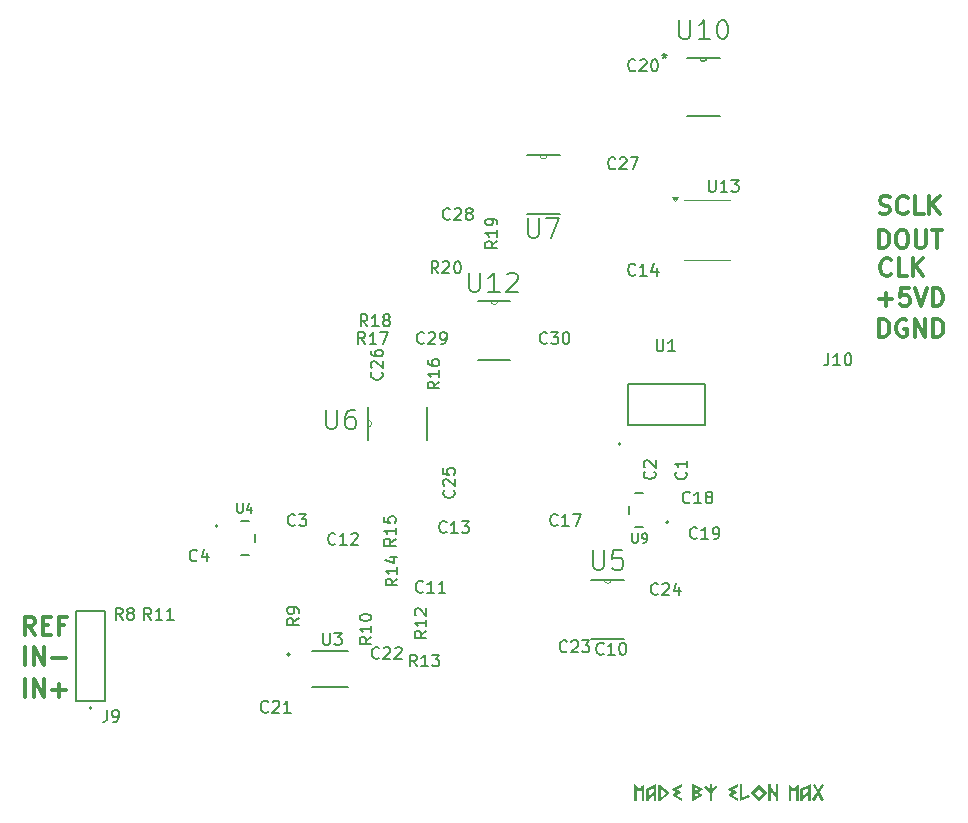
<source format=gbr>
%TF.GenerationSoftware,KiCad,Pcbnew,8.0.5*%
%TF.CreationDate,2024-10-11T16:07:05+03:00*%
%TF.ProjectId,test,74657374-2e6b-4696-9361-645f70636258,rev?*%
%TF.SameCoordinates,Original*%
%TF.FileFunction,Legend,Top*%
%TF.FilePolarity,Positive*%
%FSLAX46Y46*%
G04 Gerber Fmt 4.6, Leading zero omitted, Abs format (unit mm)*
G04 Created by KiCad (PCBNEW 8.0.5) date 2024-10-11 16:07:05*
%MOMM*%
%LPD*%
G01*
G04 APERTURE LIST*
%ADD10C,0.300000*%
%ADD11C,0.150000*%
%ADD12C,0.100000*%
%ADD13C,0.152400*%
%ADD14C,0.200000*%
%ADD15C,0.127000*%
%ADD16C,0.120000*%
G04 APERTURE END LIST*
D10*
X1304510Y-56700828D02*
X1304510Y-55200828D01*
X2018796Y-56700828D02*
X2018796Y-55200828D01*
X2018796Y-55200828D02*
X2875939Y-56700828D01*
X2875939Y-56700828D02*
X2875939Y-55200828D01*
X3590225Y-56129400D02*
X4733083Y-56129400D01*
X2111653Y-54150828D02*
X1611653Y-53436542D01*
X1254510Y-54150828D02*
X1254510Y-52650828D01*
X1254510Y-52650828D02*
X1825939Y-52650828D01*
X1825939Y-52650828D02*
X1968796Y-52722257D01*
X1968796Y-52722257D02*
X2040225Y-52793685D01*
X2040225Y-52793685D02*
X2111653Y-52936542D01*
X2111653Y-52936542D02*
X2111653Y-53150828D01*
X2111653Y-53150828D02*
X2040225Y-53293685D01*
X2040225Y-53293685D02*
X1968796Y-53365114D01*
X1968796Y-53365114D02*
X1825939Y-53436542D01*
X1825939Y-53436542D02*
X1254510Y-53436542D01*
X2754510Y-53365114D02*
X3254510Y-53365114D01*
X3468796Y-54150828D02*
X2754510Y-54150828D01*
X2754510Y-54150828D02*
X2754510Y-52650828D01*
X2754510Y-52650828D02*
X3468796Y-52650828D01*
X4611653Y-53365114D02*
X4111653Y-53365114D01*
X4111653Y-54150828D02*
X4111653Y-52650828D01*
X4111653Y-52650828D02*
X4825939Y-52650828D01*
X1304510Y-59450828D02*
X1304510Y-57950828D01*
X2018796Y-59450828D02*
X2018796Y-57950828D01*
X2018796Y-57950828D02*
X2875939Y-59450828D01*
X2875939Y-59450828D02*
X2875939Y-57950828D01*
X3590225Y-58879400D02*
X4733083Y-58879400D01*
X4161654Y-59450828D02*
X4161654Y-58307971D01*
X74611653Y-23657971D02*
X74540225Y-23729400D01*
X74540225Y-23729400D02*
X74325939Y-23800828D01*
X74325939Y-23800828D02*
X74183082Y-23800828D01*
X74183082Y-23800828D02*
X73968796Y-23729400D01*
X73968796Y-23729400D02*
X73825939Y-23586542D01*
X73825939Y-23586542D02*
X73754510Y-23443685D01*
X73754510Y-23443685D02*
X73683082Y-23157971D01*
X73683082Y-23157971D02*
X73683082Y-22943685D01*
X73683082Y-22943685D02*
X73754510Y-22657971D01*
X73754510Y-22657971D02*
X73825939Y-22515114D01*
X73825939Y-22515114D02*
X73968796Y-22372257D01*
X73968796Y-22372257D02*
X74183082Y-22300828D01*
X74183082Y-22300828D02*
X74325939Y-22300828D01*
X74325939Y-22300828D02*
X74540225Y-22372257D01*
X74540225Y-22372257D02*
X74611653Y-22443685D01*
X75968796Y-23800828D02*
X75254510Y-23800828D01*
X75254510Y-23800828D02*
X75254510Y-22300828D01*
X76468796Y-23800828D02*
X76468796Y-22300828D01*
X77325939Y-23800828D02*
X76683082Y-22943685D01*
X77325939Y-22300828D02*
X76468796Y-23157971D01*
X73604510Y-21400828D02*
X73604510Y-19900828D01*
X73604510Y-19900828D02*
X73961653Y-19900828D01*
X73961653Y-19900828D02*
X74175939Y-19972257D01*
X74175939Y-19972257D02*
X74318796Y-20115114D01*
X74318796Y-20115114D02*
X74390225Y-20257971D01*
X74390225Y-20257971D02*
X74461653Y-20543685D01*
X74461653Y-20543685D02*
X74461653Y-20757971D01*
X74461653Y-20757971D02*
X74390225Y-21043685D01*
X74390225Y-21043685D02*
X74318796Y-21186542D01*
X74318796Y-21186542D02*
X74175939Y-21329400D01*
X74175939Y-21329400D02*
X73961653Y-21400828D01*
X73961653Y-21400828D02*
X73604510Y-21400828D01*
X75390225Y-19900828D02*
X75675939Y-19900828D01*
X75675939Y-19900828D02*
X75818796Y-19972257D01*
X75818796Y-19972257D02*
X75961653Y-20115114D01*
X75961653Y-20115114D02*
X76033082Y-20400828D01*
X76033082Y-20400828D02*
X76033082Y-20900828D01*
X76033082Y-20900828D02*
X75961653Y-21186542D01*
X75961653Y-21186542D02*
X75818796Y-21329400D01*
X75818796Y-21329400D02*
X75675939Y-21400828D01*
X75675939Y-21400828D02*
X75390225Y-21400828D01*
X75390225Y-21400828D02*
X75247368Y-21329400D01*
X75247368Y-21329400D02*
X75104510Y-21186542D01*
X75104510Y-21186542D02*
X75033082Y-20900828D01*
X75033082Y-20900828D02*
X75033082Y-20400828D01*
X75033082Y-20400828D02*
X75104510Y-20115114D01*
X75104510Y-20115114D02*
X75247368Y-19972257D01*
X75247368Y-19972257D02*
X75390225Y-19900828D01*
X76675939Y-19900828D02*
X76675939Y-21115114D01*
X76675939Y-21115114D02*
X76747368Y-21257971D01*
X76747368Y-21257971D02*
X76818797Y-21329400D01*
X76818797Y-21329400D02*
X76961654Y-21400828D01*
X76961654Y-21400828D02*
X77247368Y-21400828D01*
X77247368Y-21400828D02*
X77390225Y-21329400D01*
X77390225Y-21329400D02*
X77461654Y-21257971D01*
X77461654Y-21257971D02*
X77533082Y-21115114D01*
X77533082Y-21115114D02*
X77533082Y-19900828D01*
X78033083Y-19900828D02*
X78890226Y-19900828D01*
X78461654Y-21400828D02*
X78461654Y-19900828D01*
X73633082Y-18479400D02*
X73847368Y-18550828D01*
X73847368Y-18550828D02*
X74204510Y-18550828D01*
X74204510Y-18550828D02*
X74347368Y-18479400D01*
X74347368Y-18479400D02*
X74418796Y-18407971D01*
X74418796Y-18407971D02*
X74490225Y-18265114D01*
X74490225Y-18265114D02*
X74490225Y-18122257D01*
X74490225Y-18122257D02*
X74418796Y-17979400D01*
X74418796Y-17979400D02*
X74347368Y-17907971D01*
X74347368Y-17907971D02*
X74204510Y-17836542D01*
X74204510Y-17836542D02*
X73918796Y-17765114D01*
X73918796Y-17765114D02*
X73775939Y-17693685D01*
X73775939Y-17693685D02*
X73704510Y-17622257D01*
X73704510Y-17622257D02*
X73633082Y-17479400D01*
X73633082Y-17479400D02*
X73633082Y-17336542D01*
X73633082Y-17336542D02*
X73704510Y-17193685D01*
X73704510Y-17193685D02*
X73775939Y-17122257D01*
X73775939Y-17122257D02*
X73918796Y-17050828D01*
X73918796Y-17050828D02*
X74275939Y-17050828D01*
X74275939Y-17050828D02*
X74490225Y-17122257D01*
X75990224Y-18407971D02*
X75918796Y-18479400D01*
X75918796Y-18479400D02*
X75704510Y-18550828D01*
X75704510Y-18550828D02*
X75561653Y-18550828D01*
X75561653Y-18550828D02*
X75347367Y-18479400D01*
X75347367Y-18479400D02*
X75204510Y-18336542D01*
X75204510Y-18336542D02*
X75133081Y-18193685D01*
X75133081Y-18193685D02*
X75061653Y-17907971D01*
X75061653Y-17907971D02*
X75061653Y-17693685D01*
X75061653Y-17693685D02*
X75133081Y-17407971D01*
X75133081Y-17407971D02*
X75204510Y-17265114D01*
X75204510Y-17265114D02*
X75347367Y-17122257D01*
X75347367Y-17122257D02*
X75561653Y-17050828D01*
X75561653Y-17050828D02*
X75704510Y-17050828D01*
X75704510Y-17050828D02*
X75918796Y-17122257D01*
X75918796Y-17122257D02*
X75990224Y-17193685D01*
X77347367Y-18550828D02*
X76633081Y-18550828D01*
X76633081Y-18550828D02*
X76633081Y-17050828D01*
X77847367Y-18550828D02*
X77847367Y-17050828D01*
X78704510Y-18550828D02*
X78061653Y-17693685D01*
X78704510Y-17050828D02*
X77847367Y-17907971D01*
X73604510Y-28950828D02*
X73604510Y-27450828D01*
X73604510Y-27450828D02*
X73961653Y-27450828D01*
X73961653Y-27450828D02*
X74175939Y-27522257D01*
X74175939Y-27522257D02*
X74318796Y-27665114D01*
X74318796Y-27665114D02*
X74390225Y-27807971D01*
X74390225Y-27807971D02*
X74461653Y-28093685D01*
X74461653Y-28093685D02*
X74461653Y-28307971D01*
X74461653Y-28307971D02*
X74390225Y-28593685D01*
X74390225Y-28593685D02*
X74318796Y-28736542D01*
X74318796Y-28736542D02*
X74175939Y-28879400D01*
X74175939Y-28879400D02*
X73961653Y-28950828D01*
X73961653Y-28950828D02*
X73604510Y-28950828D01*
X75890225Y-27522257D02*
X75747368Y-27450828D01*
X75747368Y-27450828D02*
X75533082Y-27450828D01*
X75533082Y-27450828D02*
X75318796Y-27522257D01*
X75318796Y-27522257D02*
X75175939Y-27665114D01*
X75175939Y-27665114D02*
X75104510Y-27807971D01*
X75104510Y-27807971D02*
X75033082Y-28093685D01*
X75033082Y-28093685D02*
X75033082Y-28307971D01*
X75033082Y-28307971D02*
X75104510Y-28593685D01*
X75104510Y-28593685D02*
X75175939Y-28736542D01*
X75175939Y-28736542D02*
X75318796Y-28879400D01*
X75318796Y-28879400D02*
X75533082Y-28950828D01*
X75533082Y-28950828D02*
X75675939Y-28950828D01*
X75675939Y-28950828D02*
X75890225Y-28879400D01*
X75890225Y-28879400D02*
X75961653Y-28807971D01*
X75961653Y-28807971D02*
X75961653Y-28307971D01*
X75961653Y-28307971D02*
X75675939Y-28307971D01*
X76604510Y-28950828D02*
X76604510Y-27450828D01*
X76604510Y-27450828D02*
X77461653Y-28950828D01*
X77461653Y-28950828D02*
X77461653Y-27450828D01*
X78175939Y-28950828D02*
X78175939Y-27450828D01*
X78175939Y-27450828D02*
X78533082Y-27450828D01*
X78533082Y-27450828D02*
X78747368Y-27522257D01*
X78747368Y-27522257D02*
X78890225Y-27665114D01*
X78890225Y-27665114D02*
X78961654Y-27807971D01*
X78961654Y-27807971D02*
X79033082Y-28093685D01*
X79033082Y-28093685D02*
X79033082Y-28307971D01*
X79033082Y-28307971D02*
X78961654Y-28593685D01*
X78961654Y-28593685D02*
X78890225Y-28736542D01*
X78890225Y-28736542D02*
X78747368Y-28879400D01*
X78747368Y-28879400D02*
X78533082Y-28950828D01*
X78533082Y-28950828D02*
X78175939Y-28950828D01*
X73554510Y-25779400D02*
X74697368Y-25779400D01*
X74125939Y-26350828D02*
X74125939Y-25207971D01*
X76125939Y-24850828D02*
X75411653Y-24850828D01*
X75411653Y-24850828D02*
X75340225Y-25565114D01*
X75340225Y-25565114D02*
X75411653Y-25493685D01*
X75411653Y-25493685D02*
X75554511Y-25422257D01*
X75554511Y-25422257D02*
X75911653Y-25422257D01*
X75911653Y-25422257D02*
X76054511Y-25493685D01*
X76054511Y-25493685D02*
X76125939Y-25565114D01*
X76125939Y-25565114D02*
X76197368Y-25707971D01*
X76197368Y-25707971D02*
X76197368Y-26065114D01*
X76197368Y-26065114D02*
X76125939Y-26207971D01*
X76125939Y-26207971D02*
X76054511Y-26279400D01*
X76054511Y-26279400D02*
X75911653Y-26350828D01*
X75911653Y-26350828D02*
X75554511Y-26350828D01*
X75554511Y-26350828D02*
X75411653Y-26279400D01*
X75411653Y-26279400D02*
X75340225Y-26207971D01*
X76625939Y-24850828D02*
X77125939Y-26350828D01*
X77125939Y-26350828D02*
X77625939Y-24850828D01*
X78125938Y-26350828D02*
X78125938Y-24850828D01*
X78125938Y-24850828D02*
X78483081Y-24850828D01*
X78483081Y-24850828D02*
X78697367Y-24922257D01*
X78697367Y-24922257D02*
X78840224Y-25065114D01*
X78840224Y-25065114D02*
X78911653Y-25207971D01*
X78911653Y-25207971D02*
X78983081Y-25493685D01*
X78983081Y-25493685D02*
X78983081Y-25707971D01*
X78983081Y-25707971D02*
X78911653Y-25993685D01*
X78911653Y-25993685D02*
X78840224Y-26136542D01*
X78840224Y-26136542D02*
X78697367Y-26279400D01*
X78697367Y-26279400D02*
X78483081Y-26350828D01*
X78483081Y-26350828D02*
X78125938Y-26350828D01*
G36*
X52855512Y-66814713D02*
G01*
X52855512Y-68245000D01*
X53077163Y-68245000D01*
X53068004Y-67251786D01*
X53087421Y-67278897D01*
X53145565Y-67324115D01*
X53159595Y-67334951D01*
X53221900Y-67381611D01*
X53282693Y-67411521D01*
X53342874Y-67364133D01*
X53382711Y-67332752D01*
X53448513Y-67294735D01*
X53477965Y-67286957D01*
X53477965Y-68245000D01*
X53699982Y-68245000D01*
X53699982Y-66830833D01*
X53633436Y-66868294D01*
X53577983Y-66906671D01*
X53516800Y-66954665D01*
X53457254Y-67003872D01*
X53448290Y-67011451D01*
X53390267Y-67058615D01*
X53331878Y-67103064D01*
X53328855Y-67105240D01*
X53267177Y-67145468D01*
X53266207Y-67145907D01*
X52886287Y-66814713D01*
X52855512Y-66814713D01*
G37*
G36*
X54715544Y-68221552D02*
G01*
X54498290Y-68221552D01*
X54498290Y-67730258D01*
X54082466Y-68093325D01*
X54082466Y-68245000D01*
X53860816Y-68245000D01*
X53860816Y-67346674D01*
X54082466Y-67346674D01*
X54082466Y-67815621D01*
X54498290Y-67412986D01*
X54498290Y-67145174D01*
X54433077Y-67170819D01*
X54364555Y-67201229D01*
X54299720Y-67232735D01*
X54230136Y-67266261D01*
X54164898Y-67299780D01*
X54100244Y-67335855D01*
X54082466Y-67346674D01*
X53860816Y-67346674D01*
X53860816Y-67206357D01*
X54715544Y-66783939D01*
X54715544Y-68221552D01*
G37*
G36*
X55902198Y-67545610D02*
G01*
X55902198Y-67576018D01*
X55037944Y-68268447D01*
X54876378Y-68268447D01*
X54876378Y-67961067D01*
X55077145Y-67961067D01*
X55555617Y-67555868D01*
X55077145Y-67168255D01*
X55077145Y-67961067D01*
X54876378Y-67961067D01*
X54876378Y-66861608D01*
X55069452Y-66861608D01*
X55902198Y-67545610D01*
G37*
G36*
X56901273Y-66791266D02*
G01*
X56871598Y-66791266D01*
X56011741Y-67270471D01*
X56073084Y-67313335D01*
X56097103Y-67327623D01*
X56162379Y-67363365D01*
X56225331Y-67396133D01*
X56295650Y-67434190D01*
X56361846Y-67474933D01*
X56414009Y-67519232D01*
X56020900Y-67751507D01*
X56020900Y-67779717D01*
X56871231Y-68268447D01*
X56901273Y-68268447D01*
X56901273Y-68020052D01*
X56667533Y-67902815D01*
X56598501Y-67869505D01*
X56557990Y-67844930D01*
X56495238Y-67806706D01*
X56489846Y-67803164D01*
X56455774Y-67779717D01*
X56889183Y-67500181D01*
X56673028Y-67385509D01*
X56604799Y-67354871D01*
X56554692Y-67330188D01*
X56489549Y-67296423D01*
X56456140Y-67278531D01*
X56490579Y-67256915D01*
X56556048Y-67219439D01*
X56563852Y-67215150D01*
X56626753Y-67176545D01*
X56637491Y-67169354D01*
X56674860Y-67140778D01*
X56901273Y-67020244D01*
X56901273Y-66791266D01*
G37*
G36*
X58668981Y-67247023D02*
G01*
X58645339Y-67264883D01*
X58583251Y-67304176D01*
X58522064Y-67337744D01*
X58455024Y-67372686D01*
X58392651Y-67406251D01*
X58324043Y-67447753D01*
X58266346Y-67495785D01*
X58659822Y-67728060D01*
X58659822Y-67756270D01*
X57809124Y-68245000D01*
X57779448Y-68245000D01*
X57779448Y-67903182D01*
X58013921Y-67903182D01*
X58065945Y-67873140D01*
X58093938Y-67856439D01*
X58157536Y-67818185D01*
X58183979Y-67802401D01*
X58248394Y-67764696D01*
X58292725Y-67739050D01*
X58013921Y-67610090D01*
X58013921Y-67903182D01*
X57779448Y-67903182D01*
X57779448Y-67098646D01*
X57999633Y-67098646D01*
X58013555Y-67365359D01*
X58065945Y-67343377D01*
X58081496Y-67336980D01*
X58149476Y-67307473D01*
X58162589Y-67301547D01*
X58231542Y-67270471D01*
X58285764Y-67248855D01*
X58239968Y-67229438D01*
X58208157Y-67213180D01*
X58141416Y-67179979D01*
X58108594Y-67163743D01*
X58040666Y-67129787D01*
X57999633Y-67098646D01*
X57779448Y-67098646D01*
X57779448Y-66767819D01*
X57808757Y-66767819D01*
X58668981Y-67247023D01*
G37*
G36*
X59238311Y-66791266D02*
G01*
X59238311Y-67216615D01*
X59227686Y-67216615D01*
X58940090Y-66914731D01*
X58887549Y-66966137D01*
X58867916Y-66984706D01*
X58810529Y-67031056D01*
X58793178Y-67042592D01*
X59238311Y-67544511D01*
X59238311Y-68245000D01*
X59447505Y-68245000D01*
X59447505Y-67540115D01*
X59493496Y-67478085D01*
X59536531Y-67430938D01*
X59589767Y-67374749D01*
X59642392Y-67320424D01*
X59700009Y-67261978D01*
X59754518Y-67207456D01*
X59807824Y-67151127D01*
X59862366Y-67098577D01*
X59886409Y-67084357D01*
X59855551Y-67017507D01*
X59835851Y-66998628D01*
X59792254Y-66961259D01*
X59746458Y-66929385D01*
X59446039Y-67201960D01*
X59447505Y-67201960D01*
X59447505Y-66791266D01*
X59238311Y-66791266D01*
G37*
G36*
X61644958Y-66791266D02*
G01*
X61615282Y-66791266D01*
X60755425Y-67270471D01*
X60816768Y-67313335D01*
X60840788Y-67327623D01*
X60906064Y-67363365D01*
X60969016Y-67396133D01*
X61039335Y-67434190D01*
X61105531Y-67474933D01*
X61157693Y-67519232D01*
X60764584Y-67751507D01*
X60764584Y-67779717D01*
X61614916Y-68268447D01*
X61644958Y-68268447D01*
X61644958Y-68020052D01*
X61411217Y-67902815D01*
X61342185Y-67869505D01*
X61301674Y-67844930D01*
X61238923Y-67806706D01*
X61233531Y-67803164D01*
X61199459Y-67779717D01*
X61632868Y-67500181D01*
X61416713Y-67385509D01*
X61348483Y-67354871D01*
X61298377Y-67330188D01*
X61233234Y-67296423D01*
X61199825Y-67278531D01*
X61234263Y-67256915D01*
X61299733Y-67219439D01*
X61307536Y-67215150D01*
X61370438Y-67176545D01*
X61381175Y-67169354D01*
X61418545Y-67140778D01*
X61644958Y-67020244D01*
X61644958Y-66791266D01*
G37*
G36*
X61805059Y-68245000D02*
G01*
X61805059Y-66814713D01*
X62014253Y-66814713D01*
X62014253Y-67955572D01*
X62014986Y-67955572D01*
X62523499Y-67771290D01*
X62591277Y-67771290D01*
X62615184Y-67840646D01*
X62626448Y-67871308D01*
X62653410Y-67940881D01*
X62655024Y-67944947D01*
X61833635Y-68245000D01*
X61805059Y-68245000D01*
G37*
G36*
X64053070Y-67546709D02*
G01*
X64053070Y-67574919D01*
X63403872Y-68297756D01*
X62761270Y-67578949D01*
X62761270Y-67552205D01*
X63071580Y-67552205D01*
X63403872Y-67934689D01*
X63742759Y-67547808D01*
X63408269Y-67189138D01*
X63071580Y-67552205D01*
X62761270Y-67552205D01*
X62761270Y-67551106D01*
X63418527Y-66832299D01*
X64053070Y-67546709D01*
G37*
G36*
X64211339Y-66838161D02*
G01*
X64426762Y-66838161D01*
X64426762Y-67030136D01*
X64829762Y-67683729D01*
X64829762Y-66838161D01*
X65042986Y-66838161D01*
X65042986Y-68245000D01*
X64827564Y-68245000D01*
X64827564Y-67990010D01*
X64422732Y-67385875D01*
X64422732Y-68245000D01*
X64211339Y-68245000D01*
X64211339Y-66838161D01*
G37*
G36*
X65921528Y-66814713D02*
G01*
X65921528Y-68245000D01*
X66143178Y-68245000D01*
X66134019Y-67251786D01*
X66153436Y-67278897D01*
X66211580Y-67324115D01*
X66225610Y-67334951D01*
X66287915Y-67381611D01*
X66348709Y-67411521D01*
X66408889Y-67364133D01*
X66448726Y-67332752D01*
X66514528Y-67294735D01*
X66543981Y-67286957D01*
X66543981Y-68245000D01*
X66765997Y-68245000D01*
X66765997Y-66830833D01*
X66699452Y-66868294D01*
X66643998Y-66906671D01*
X66582815Y-66954665D01*
X66523270Y-67003872D01*
X66514305Y-67011451D01*
X66456282Y-67058615D01*
X66397893Y-67103064D01*
X66394870Y-67105240D01*
X66333193Y-67145468D01*
X66332222Y-67145907D01*
X65952302Y-66814713D01*
X65921528Y-66814713D01*
G37*
G36*
X67781559Y-68221552D02*
G01*
X67564305Y-68221552D01*
X67564305Y-67730258D01*
X67148482Y-68093325D01*
X67148482Y-68245000D01*
X66926831Y-68245000D01*
X66926831Y-67346674D01*
X67148482Y-67346674D01*
X67148482Y-67815621D01*
X67564305Y-67412986D01*
X67564305Y-67145174D01*
X67499092Y-67170819D01*
X67430571Y-67201229D01*
X67365736Y-67232735D01*
X67296152Y-67266261D01*
X67230914Y-67299780D01*
X67166259Y-67335855D01*
X67148482Y-67346674D01*
X66926831Y-67346674D01*
X66926831Y-67206357D01*
X67781559Y-66783939D01*
X67781559Y-68221552D01*
G37*
G36*
X68158182Y-66789434D02*
G01*
X68087861Y-66816841D01*
X68049371Y-66837428D01*
X67998447Y-66868569D01*
X67953384Y-66899344D01*
X68295202Y-67488457D01*
X67940928Y-68117871D01*
X67982556Y-68180176D01*
X67999546Y-68192976D01*
X68066392Y-68226230D01*
X68117149Y-68247930D01*
X68416468Y-67747110D01*
X68430390Y-67747110D01*
X68700401Y-68245000D01*
X68756088Y-68245000D01*
X68794190Y-68217889D01*
X68835589Y-68194075D01*
X68873691Y-68172826D01*
X68908496Y-68150111D01*
X68550191Y-67507875D01*
X68896406Y-66921692D01*
X68718719Y-66810317D01*
X68430757Y-67282927D01*
X68429658Y-67282927D01*
X68158182Y-66789434D01*
G37*
D11*
X24133333Y-44859580D02*
X24085714Y-44907200D01*
X24085714Y-44907200D02*
X23942857Y-44954819D01*
X23942857Y-44954819D02*
X23847619Y-44954819D01*
X23847619Y-44954819D02*
X23704762Y-44907200D01*
X23704762Y-44907200D02*
X23609524Y-44811961D01*
X23609524Y-44811961D02*
X23561905Y-44716723D01*
X23561905Y-44716723D02*
X23514286Y-44526247D01*
X23514286Y-44526247D02*
X23514286Y-44383390D01*
X23514286Y-44383390D02*
X23561905Y-44192914D01*
X23561905Y-44192914D02*
X23609524Y-44097676D01*
X23609524Y-44097676D02*
X23704762Y-44002438D01*
X23704762Y-44002438D02*
X23847619Y-43954819D01*
X23847619Y-43954819D02*
X23942857Y-43954819D01*
X23942857Y-43954819D02*
X24085714Y-44002438D01*
X24085714Y-44002438D02*
X24133333Y-44050057D01*
X24466667Y-43954819D02*
X25085714Y-43954819D01*
X25085714Y-43954819D02*
X24752381Y-44335771D01*
X24752381Y-44335771D02*
X24895238Y-44335771D01*
X24895238Y-44335771D02*
X24990476Y-44383390D01*
X24990476Y-44383390D02*
X25038095Y-44431009D01*
X25038095Y-44431009D02*
X25085714Y-44526247D01*
X25085714Y-44526247D02*
X25085714Y-44764342D01*
X25085714Y-44764342D02*
X25038095Y-44859580D01*
X25038095Y-44859580D02*
X24990476Y-44907200D01*
X24990476Y-44907200D02*
X24895238Y-44954819D01*
X24895238Y-44954819D02*
X24609524Y-44954819D01*
X24609524Y-44954819D02*
X24514286Y-44907200D01*
X24514286Y-44907200D02*
X24466667Y-44859580D01*
X35254819Y-53842857D02*
X34778628Y-54176190D01*
X35254819Y-54414285D02*
X34254819Y-54414285D01*
X34254819Y-54414285D02*
X34254819Y-54033333D01*
X34254819Y-54033333D02*
X34302438Y-53938095D01*
X34302438Y-53938095D02*
X34350057Y-53890476D01*
X34350057Y-53890476D02*
X34445295Y-53842857D01*
X34445295Y-53842857D02*
X34588152Y-53842857D01*
X34588152Y-53842857D02*
X34683390Y-53890476D01*
X34683390Y-53890476D02*
X34731009Y-53938095D01*
X34731009Y-53938095D02*
X34778628Y-54033333D01*
X34778628Y-54033333D02*
X34778628Y-54414285D01*
X35254819Y-52890476D02*
X35254819Y-53461904D01*
X35254819Y-53176190D02*
X34254819Y-53176190D01*
X34254819Y-53176190D02*
X34397676Y-53271428D01*
X34397676Y-53271428D02*
X34492914Y-53366666D01*
X34492914Y-53366666D02*
X34540533Y-53461904D01*
X34350057Y-52509523D02*
X34302438Y-52461904D01*
X34302438Y-52461904D02*
X34254819Y-52366666D01*
X34254819Y-52366666D02*
X34254819Y-52128571D01*
X34254819Y-52128571D02*
X34302438Y-52033333D01*
X34302438Y-52033333D02*
X34350057Y-51985714D01*
X34350057Y-51985714D02*
X34445295Y-51938095D01*
X34445295Y-51938095D02*
X34540533Y-51938095D01*
X34540533Y-51938095D02*
X34683390Y-51985714D01*
X34683390Y-51985714D02*
X35254819Y-52557142D01*
X35254819Y-52557142D02*
X35254819Y-51938095D01*
X49349390Y-47010130D02*
X49349390Y-48338902D01*
X49349390Y-48338902D02*
X49427553Y-48495228D01*
X49427553Y-48495228D02*
X49505716Y-48573392D01*
X49505716Y-48573392D02*
X49662042Y-48651555D01*
X49662042Y-48651555D02*
X49974695Y-48651555D01*
X49974695Y-48651555D02*
X50131021Y-48573392D01*
X50131021Y-48573392D02*
X50209184Y-48495228D01*
X50209184Y-48495228D02*
X50287347Y-48338902D01*
X50287347Y-48338902D02*
X50287347Y-47010130D01*
X51850609Y-47010130D02*
X51068978Y-47010130D01*
X51068978Y-47010130D02*
X50990815Y-47791761D01*
X50990815Y-47791761D02*
X51068978Y-47713597D01*
X51068978Y-47713597D02*
X51225304Y-47635434D01*
X51225304Y-47635434D02*
X51616120Y-47635434D01*
X51616120Y-47635434D02*
X51772446Y-47713597D01*
X51772446Y-47713597D02*
X51850609Y-47791761D01*
X51850609Y-47791761D02*
X51928772Y-47948087D01*
X51928772Y-47948087D02*
X51928772Y-48338902D01*
X51928772Y-48338902D02*
X51850609Y-48495228D01*
X51850609Y-48495228D02*
X51772446Y-48573392D01*
X51772446Y-48573392D02*
X51616120Y-48651555D01*
X51616120Y-48651555D02*
X51225304Y-48651555D01*
X51225304Y-48651555D02*
X51068978Y-48573392D01*
X51068978Y-48573392D02*
X50990815Y-48495228D01*
X27557142Y-46459580D02*
X27509523Y-46507200D01*
X27509523Y-46507200D02*
X27366666Y-46554819D01*
X27366666Y-46554819D02*
X27271428Y-46554819D01*
X27271428Y-46554819D02*
X27128571Y-46507200D01*
X27128571Y-46507200D02*
X27033333Y-46411961D01*
X27033333Y-46411961D02*
X26985714Y-46316723D01*
X26985714Y-46316723D02*
X26938095Y-46126247D01*
X26938095Y-46126247D02*
X26938095Y-45983390D01*
X26938095Y-45983390D02*
X26985714Y-45792914D01*
X26985714Y-45792914D02*
X27033333Y-45697676D01*
X27033333Y-45697676D02*
X27128571Y-45602438D01*
X27128571Y-45602438D02*
X27271428Y-45554819D01*
X27271428Y-45554819D02*
X27366666Y-45554819D01*
X27366666Y-45554819D02*
X27509523Y-45602438D01*
X27509523Y-45602438D02*
X27557142Y-45650057D01*
X28509523Y-46554819D02*
X27938095Y-46554819D01*
X28223809Y-46554819D02*
X28223809Y-45554819D01*
X28223809Y-45554819D02*
X28128571Y-45697676D01*
X28128571Y-45697676D02*
X28033333Y-45792914D01*
X28033333Y-45792914D02*
X27938095Y-45840533D01*
X28890476Y-45650057D02*
X28938095Y-45602438D01*
X28938095Y-45602438D02*
X29033333Y-45554819D01*
X29033333Y-45554819D02*
X29271428Y-45554819D01*
X29271428Y-45554819D02*
X29366666Y-45602438D01*
X29366666Y-45602438D02*
X29414285Y-45650057D01*
X29414285Y-45650057D02*
X29461904Y-45745295D01*
X29461904Y-45745295D02*
X29461904Y-45840533D01*
X29461904Y-45840533D02*
X29414285Y-45983390D01*
X29414285Y-45983390D02*
X28842857Y-46554819D01*
X28842857Y-46554819D02*
X29461904Y-46554819D01*
X19230476Y-43054295D02*
X19230476Y-43701914D01*
X19230476Y-43701914D02*
X19268571Y-43778104D01*
X19268571Y-43778104D02*
X19306666Y-43816200D01*
X19306666Y-43816200D02*
X19382857Y-43854295D01*
X19382857Y-43854295D02*
X19535238Y-43854295D01*
X19535238Y-43854295D02*
X19611428Y-43816200D01*
X19611428Y-43816200D02*
X19649523Y-43778104D01*
X19649523Y-43778104D02*
X19687619Y-43701914D01*
X19687619Y-43701914D02*
X19687619Y-43054295D01*
X20411428Y-43320961D02*
X20411428Y-43854295D01*
X20220952Y-43016200D02*
X20030475Y-43587628D01*
X20030475Y-43587628D02*
X20525714Y-43587628D01*
X8216666Y-60554819D02*
X8216666Y-61269104D01*
X8216666Y-61269104D02*
X8169047Y-61411961D01*
X8169047Y-61411961D02*
X8073809Y-61507200D01*
X8073809Y-61507200D02*
X7930952Y-61554819D01*
X7930952Y-61554819D02*
X7835714Y-61554819D01*
X8740476Y-61554819D02*
X8930952Y-61554819D01*
X8930952Y-61554819D02*
X9026190Y-61507200D01*
X9026190Y-61507200D02*
X9073809Y-61459580D01*
X9073809Y-61459580D02*
X9169047Y-61316723D01*
X9169047Y-61316723D02*
X9216666Y-61126247D01*
X9216666Y-61126247D02*
X9216666Y-60745295D01*
X9216666Y-60745295D02*
X9169047Y-60650057D01*
X9169047Y-60650057D02*
X9121428Y-60602438D01*
X9121428Y-60602438D02*
X9026190Y-60554819D01*
X9026190Y-60554819D02*
X8835714Y-60554819D01*
X8835714Y-60554819D02*
X8740476Y-60602438D01*
X8740476Y-60602438D02*
X8692857Y-60650057D01*
X8692857Y-60650057D02*
X8645238Y-60745295D01*
X8645238Y-60745295D02*
X8645238Y-60983390D01*
X8645238Y-60983390D02*
X8692857Y-61078628D01*
X8692857Y-61078628D02*
X8740476Y-61126247D01*
X8740476Y-61126247D02*
X8835714Y-61173866D01*
X8835714Y-61173866D02*
X9026190Y-61173866D01*
X9026190Y-61173866D02*
X9121428Y-61126247D01*
X9121428Y-61126247D02*
X9169047Y-61078628D01*
X9169047Y-61078628D02*
X9216666Y-60983390D01*
X57557142Y-42959580D02*
X57509523Y-43007200D01*
X57509523Y-43007200D02*
X57366666Y-43054819D01*
X57366666Y-43054819D02*
X57271428Y-43054819D01*
X57271428Y-43054819D02*
X57128571Y-43007200D01*
X57128571Y-43007200D02*
X57033333Y-42911961D01*
X57033333Y-42911961D02*
X56985714Y-42816723D01*
X56985714Y-42816723D02*
X56938095Y-42626247D01*
X56938095Y-42626247D02*
X56938095Y-42483390D01*
X56938095Y-42483390D02*
X56985714Y-42292914D01*
X56985714Y-42292914D02*
X57033333Y-42197676D01*
X57033333Y-42197676D02*
X57128571Y-42102438D01*
X57128571Y-42102438D02*
X57271428Y-42054819D01*
X57271428Y-42054819D02*
X57366666Y-42054819D01*
X57366666Y-42054819D02*
X57509523Y-42102438D01*
X57509523Y-42102438D02*
X57557142Y-42150057D01*
X58509523Y-43054819D02*
X57938095Y-43054819D01*
X58223809Y-43054819D02*
X58223809Y-42054819D01*
X58223809Y-42054819D02*
X58128571Y-42197676D01*
X58128571Y-42197676D02*
X58033333Y-42292914D01*
X58033333Y-42292914D02*
X57938095Y-42340533D01*
X59080952Y-42483390D02*
X58985714Y-42435771D01*
X58985714Y-42435771D02*
X58938095Y-42388152D01*
X58938095Y-42388152D02*
X58890476Y-42292914D01*
X58890476Y-42292914D02*
X58890476Y-42245295D01*
X58890476Y-42245295D02*
X58938095Y-42150057D01*
X58938095Y-42150057D02*
X58985714Y-42102438D01*
X58985714Y-42102438D02*
X59080952Y-42054819D01*
X59080952Y-42054819D02*
X59271428Y-42054819D01*
X59271428Y-42054819D02*
X59366666Y-42102438D01*
X59366666Y-42102438D02*
X59414285Y-42150057D01*
X59414285Y-42150057D02*
X59461904Y-42245295D01*
X59461904Y-42245295D02*
X59461904Y-42292914D01*
X59461904Y-42292914D02*
X59414285Y-42388152D01*
X59414285Y-42388152D02*
X59366666Y-42435771D01*
X59366666Y-42435771D02*
X59271428Y-42483390D01*
X59271428Y-42483390D02*
X59080952Y-42483390D01*
X59080952Y-42483390D02*
X58985714Y-42531009D01*
X58985714Y-42531009D02*
X58938095Y-42578628D01*
X58938095Y-42578628D02*
X58890476Y-42673866D01*
X58890476Y-42673866D02*
X58890476Y-42864342D01*
X58890476Y-42864342D02*
X58938095Y-42959580D01*
X58938095Y-42959580D02*
X58985714Y-43007200D01*
X58985714Y-43007200D02*
X59080952Y-43054819D01*
X59080952Y-43054819D02*
X59271428Y-43054819D01*
X59271428Y-43054819D02*
X59366666Y-43007200D01*
X59366666Y-43007200D02*
X59414285Y-42959580D01*
X59414285Y-42959580D02*
X59461904Y-42864342D01*
X59461904Y-42864342D02*
X59461904Y-42673866D01*
X59461904Y-42673866D02*
X59414285Y-42578628D01*
X59414285Y-42578628D02*
X59366666Y-42531009D01*
X59366666Y-42531009D02*
X59271428Y-42483390D01*
X58157142Y-45959580D02*
X58109523Y-46007200D01*
X58109523Y-46007200D02*
X57966666Y-46054819D01*
X57966666Y-46054819D02*
X57871428Y-46054819D01*
X57871428Y-46054819D02*
X57728571Y-46007200D01*
X57728571Y-46007200D02*
X57633333Y-45911961D01*
X57633333Y-45911961D02*
X57585714Y-45816723D01*
X57585714Y-45816723D02*
X57538095Y-45626247D01*
X57538095Y-45626247D02*
X57538095Y-45483390D01*
X57538095Y-45483390D02*
X57585714Y-45292914D01*
X57585714Y-45292914D02*
X57633333Y-45197676D01*
X57633333Y-45197676D02*
X57728571Y-45102438D01*
X57728571Y-45102438D02*
X57871428Y-45054819D01*
X57871428Y-45054819D02*
X57966666Y-45054819D01*
X57966666Y-45054819D02*
X58109523Y-45102438D01*
X58109523Y-45102438D02*
X58157142Y-45150057D01*
X59109523Y-46054819D02*
X58538095Y-46054819D01*
X58823809Y-46054819D02*
X58823809Y-45054819D01*
X58823809Y-45054819D02*
X58728571Y-45197676D01*
X58728571Y-45197676D02*
X58633333Y-45292914D01*
X58633333Y-45292914D02*
X58538095Y-45340533D01*
X59585714Y-46054819D02*
X59776190Y-46054819D01*
X59776190Y-46054819D02*
X59871428Y-46007200D01*
X59871428Y-46007200D02*
X59919047Y-45959580D01*
X59919047Y-45959580D02*
X60014285Y-45816723D01*
X60014285Y-45816723D02*
X60061904Y-45626247D01*
X60061904Y-45626247D02*
X60061904Y-45245295D01*
X60061904Y-45245295D02*
X60014285Y-45150057D01*
X60014285Y-45150057D02*
X59966666Y-45102438D01*
X59966666Y-45102438D02*
X59871428Y-45054819D01*
X59871428Y-45054819D02*
X59680952Y-45054819D01*
X59680952Y-45054819D02*
X59585714Y-45102438D01*
X59585714Y-45102438D02*
X59538095Y-45150057D01*
X59538095Y-45150057D02*
X59490476Y-45245295D01*
X59490476Y-45245295D02*
X59490476Y-45483390D01*
X59490476Y-45483390D02*
X59538095Y-45578628D01*
X59538095Y-45578628D02*
X59585714Y-45626247D01*
X59585714Y-45626247D02*
X59680952Y-45673866D01*
X59680952Y-45673866D02*
X59871428Y-45673866D01*
X59871428Y-45673866D02*
X59966666Y-45626247D01*
X59966666Y-45626247D02*
X60014285Y-45578628D01*
X60014285Y-45578628D02*
X60061904Y-45483390D01*
X56669524Y-2110896D02*
X56669524Y-3438515D01*
X56669524Y-3438515D02*
X56747619Y-3594705D01*
X56747619Y-3594705D02*
X56825714Y-3672801D01*
X56825714Y-3672801D02*
X56981905Y-3750896D01*
X56981905Y-3750896D02*
X57294286Y-3750896D01*
X57294286Y-3750896D02*
X57450476Y-3672801D01*
X57450476Y-3672801D02*
X57528571Y-3594705D01*
X57528571Y-3594705D02*
X57606667Y-3438515D01*
X57606667Y-3438515D02*
X57606667Y-2110896D01*
X59246666Y-3750896D02*
X58309523Y-3750896D01*
X58778095Y-3750896D02*
X58778095Y-2110896D01*
X58778095Y-2110896D02*
X58621904Y-2345181D01*
X58621904Y-2345181D02*
X58465714Y-2501372D01*
X58465714Y-2501372D02*
X58309523Y-2579467D01*
X60261905Y-2110896D02*
X60418095Y-2110896D01*
X60418095Y-2110896D02*
X60574286Y-2188991D01*
X60574286Y-2188991D02*
X60652381Y-2267086D01*
X60652381Y-2267086D02*
X60730476Y-2423277D01*
X60730476Y-2423277D02*
X60808571Y-2735658D01*
X60808571Y-2735658D02*
X60808571Y-3126134D01*
X60808571Y-3126134D02*
X60730476Y-3438515D01*
X60730476Y-3438515D02*
X60652381Y-3594705D01*
X60652381Y-3594705D02*
X60574286Y-3672801D01*
X60574286Y-3672801D02*
X60418095Y-3750896D01*
X60418095Y-3750896D02*
X60261905Y-3750896D01*
X60261905Y-3750896D02*
X60105714Y-3672801D01*
X60105714Y-3672801D02*
X60027619Y-3594705D01*
X60027619Y-3594705D02*
X59949524Y-3438515D01*
X59949524Y-3438515D02*
X59871428Y-3126134D01*
X59871428Y-3126134D02*
X59871428Y-2735658D01*
X59871428Y-2735658D02*
X59949524Y-2423277D01*
X59949524Y-2423277D02*
X60027619Y-2267086D01*
X60027619Y-2267086D02*
X60105714Y-2188991D01*
X60105714Y-2188991D02*
X60261905Y-2110896D01*
X55398000Y-4918019D02*
X55398000Y-5156114D01*
X55159905Y-5060876D02*
X55398000Y-5156114D01*
X55398000Y-5156114D02*
X55636095Y-5060876D01*
X55255143Y-5346590D02*
X55398000Y-5156114D01*
X55398000Y-5156114D02*
X55540857Y-5346590D01*
X11957142Y-52904819D02*
X11623809Y-52428628D01*
X11385714Y-52904819D02*
X11385714Y-51904819D01*
X11385714Y-51904819D02*
X11766666Y-51904819D01*
X11766666Y-51904819D02*
X11861904Y-51952438D01*
X11861904Y-51952438D02*
X11909523Y-52000057D01*
X11909523Y-52000057D02*
X11957142Y-52095295D01*
X11957142Y-52095295D02*
X11957142Y-52238152D01*
X11957142Y-52238152D02*
X11909523Y-52333390D01*
X11909523Y-52333390D02*
X11861904Y-52381009D01*
X11861904Y-52381009D02*
X11766666Y-52428628D01*
X11766666Y-52428628D02*
X11385714Y-52428628D01*
X12909523Y-52904819D02*
X12338095Y-52904819D01*
X12623809Y-52904819D02*
X12623809Y-51904819D01*
X12623809Y-51904819D02*
X12528571Y-52047676D01*
X12528571Y-52047676D02*
X12433333Y-52142914D01*
X12433333Y-52142914D02*
X12338095Y-52190533D01*
X13861904Y-52904819D02*
X13290476Y-52904819D01*
X13576190Y-52904819D02*
X13576190Y-51904819D01*
X13576190Y-51904819D02*
X13480952Y-52047676D01*
X13480952Y-52047676D02*
X13385714Y-52142914D01*
X13385714Y-52142914D02*
X13290476Y-52190533D01*
X36957142Y-45459580D02*
X36909523Y-45507200D01*
X36909523Y-45507200D02*
X36766666Y-45554819D01*
X36766666Y-45554819D02*
X36671428Y-45554819D01*
X36671428Y-45554819D02*
X36528571Y-45507200D01*
X36528571Y-45507200D02*
X36433333Y-45411961D01*
X36433333Y-45411961D02*
X36385714Y-45316723D01*
X36385714Y-45316723D02*
X36338095Y-45126247D01*
X36338095Y-45126247D02*
X36338095Y-44983390D01*
X36338095Y-44983390D02*
X36385714Y-44792914D01*
X36385714Y-44792914D02*
X36433333Y-44697676D01*
X36433333Y-44697676D02*
X36528571Y-44602438D01*
X36528571Y-44602438D02*
X36671428Y-44554819D01*
X36671428Y-44554819D02*
X36766666Y-44554819D01*
X36766666Y-44554819D02*
X36909523Y-44602438D01*
X36909523Y-44602438D02*
X36957142Y-44650057D01*
X37909523Y-45554819D02*
X37338095Y-45554819D01*
X37623809Y-45554819D02*
X37623809Y-44554819D01*
X37623809Y-44554819D02*
X37528571Y-44697676D01*
X37528571Y-44697676D02*
X37433333Y-44792914D01*
X37433333Y-44792914D02*
X37338095Y-44840533D01*
X38242857Y-44554819D02*
X38861904Y-44554819D01*
X38861904Y-44554819D02*
X38528571Y-44935771D01*
X38528571Y-44935771D02*
X38671428Y-44935771D01*
X38671428Y-44935771D02*
X38766666Y-44983390D01*
X38766666Y-44983390D02*
X38814285Y-45031009D01*
X38814285Y-45031009D02*
X38861904Y-45126247D01*
X38861904Y-45126247D02*
X38861904Y-45364342D01*
X38861904Y-45364342D02*
X38814285Y-45459580D01*
X38814285Y-45459580D02*
X38766666Y-45507200D01*
X38766666Y-45507200D02*
X38671428Y-45554819D01*
X38671428Y-45554819D02*
X38385714Y-45554819D01*
X38385714Y-45554819D02*
X38290476Y-45507200D01*
X38290476Y-45507200D02*
X38242857Y-45459580D01*
X52957142Y-6359580D02*
X52909523Y-6407200D01*
X52909523Y-6407200D02*
X52766666Y-6454819D01*
X52766666Y-6454819D02*
X52671428Y-6454819D01*
X52671428Y-6454819D02*
X52528571Y-6407200D01*
X52528571Y-6407200D02*
X52433333Y-6311961D01*
X52433333Y-6311961D02*
X52385714Y-6216723D01*
X52385714Y-6216723D02*
X52338095Y-6026247D01*
X52338095Y-6026247D02*
X52338095Y-5883390D01*
X52338095Y-5883390D02*
X52385714Y-5692914D01*
X52385714Y-5692914D02*
X52433333Y-5597676D01*
X52433333Y-5597676D02*
X52528571Y-5502438D01*
X52528571Y-5502438D02*
X52671428Y-5454819D01*
X52671428Y-5454819D02*
X52766666Y-5454819D01*
X52766666Y-5454819D02*
X52909523Y-5502438D01*
X52909523Y-5502438D02*
X52957142Y-5550057D01*
X53338095Y-5550057D02*
X53385714Y-5502438D01*
X53385714Y-5502438D02*
X53480952Y-5454819D01*
X53480952Y-5454819D02*
X53719047Y-5454819D01*
X53719047Y-5454819D02*
X53814285Y-5502438D01*
X53814285Y-5502438D02*
X53861904Y-5550057D01*
X53861904Y-5550057D02*
X53909523Y-5645295D01*
X53909523Y-5645295D02*
X53909523Y-5740533D01*
X53909523Y-5740533D02*
X53861904Y-5883390D01*
X53861904Y-5883390D02*
X53290476Y-6454819D01*
X53290476Y-6454819D02*
X53909523Y-6454819D01*
X54528571Y-5454819D02*
X54623809Y-5454819D01*
X54623809Y-5454819D02*
X54719047Y-5502438D01*
X54719047Y-5502438D02*
X54766666Y-5550057D01*
X54766666Y-5550057D02*
X54814285Y-5645295D01*
X54814285Y-5645295D02*
X54861904Y-5835771D01*
X54861904Y-5835771D02*
X54861904Y-6073866D01*
X54861904Y-6073866D02*
X54814285Y-6264342D01*
X54814285Y-6264342D02*
X54766666Y-6359580D01*
X54766666Y-6359580D02*
X54719047Y-6407200D01*
X54719047Y-6407200D02*
X54623809Y-6454819D01*
X54623809Y-6454819D02*
X54528571Y-6454819D01*
X54528571Y-6454819D02*
X54433333Y-6407200D01*
X54433333Y-6407200D02*
X54385714Y-6359580D01*
X54385714Y-6359580D02*
X54338095Y-6264342D01*
X54338095Y-6264342D02*
X54290476Y-6073866D01*
X54290476Y-6073866D02*
X54290476Y-5835771D01*
X54290476Y-5835771D02*
X54338095Y-5645295D01*
X54338095Y-5645295D02*
X54385714Y-5550057D01*
X54385714Y-5550057D02*
X54433333Y-5502438D01*
X54433333Y-5502438D02*
X54528571Y-5454819D01*
X47157142Y-55559580D02*
X47109523Y-55607200D01*
X47109523Y-55607200D02*
X46966666Y-55654819D01*
X46966666Y-55654819D02*
X46871428Y-55654819D01*
X46871428Y-55654819D02*
X46728571Y-55607200D01*
X46728571Y-55607200D02*
X46633333Y-55511961D01*
X46633333Y-55511961D02*
X46585714Y-55416723D01*
X46585714Y-55416723D02*
X46538095Y-55226247D01*
X46538095Y-55226247D02*
X46538095Y-55083390D01*
X46538095Y-55083390D02*
X46585714Y-54892914D01*
X46585714Y-54892914D02*
X46633333Y-54797676D01*
X46633333Y-54797676D02*
X46728571Y-54702438D01*
X46728571Y-54702438D02*
X46871428Y-54654819D01*
X46871428Y-54654819D02*
X46966666Y-54654819D01*
X46966666Y-54654819D02*
X47109523Y-54702438D01*
X47109523Y-54702438D02*
X47157142Y-54750057D01*
X47538095Y-54750057D02*
X47585714Y-54702438D01*
X47585714Y-54702438D02*
X47680952Y-54654819D01*
X47680952Y-54654819D02*
X47919047Y-54654819D01*
X47919047Y-54654819D02*
X48014285Y-54702438D01*
X48014285Y-54702438D02*
X48061904Y-54750057D01*
X48061904Y-54750057D02*
X48109523Y-54845295D01*
X48109523Y-54845295D02*
X48109523Y-54940533D01*
X48109523Y-54940533D02*
X48061904Y-55083390D01*
X48061904Y-55083390D02*
X47490476Y-55654819D01*
X47490476Y-55654819D02*
X48109523Y-55654819D01*
X48442857Y-54654819D02*
X49061904Y-54654819D01*
X49061904Y-54654819D02*
X48728571Y-55035771D01*
X48728571Y-55035771D02*
X48871428Y-55035771D01*
X48871428Y-55035771D02*
X48966666Y-55083390D01*
X48966666Y-55083390D02*
X49014285Y-55131009D01*
X49014285Y-55131009D02*
X49061904Y-55226247D01*
X49061904Y-55226247D02*
X49061904Y-55464342D01*
X49061904Y-55464342D02*
X49014285Y-55559580D01*
X49014285Y-55559580D02*
X48966666Y-55607200D01*
X48966666Y-55607200D02*
X48871428Y-55654819D01*
X48871428Y-55654819D02*
X48585714Y-55654819D01*
X48585714Y-55654819D02*
X48490476Y-55607200D01*
X48490476Y-55607200D02*
X48442857Y-55559580D01*
X34457142Y-56854819D02*
X34123809Y-56378628D01*
X33885714Y-56854819D02*
X33885714Y-55854819D01*
X33885714Y-55854819D02*
X34266666Y-55854819D01*
X34266666Y-55854819D02*
X34361904Y-55902438D01*
X34361904Y-55902438D02*
X34409523Y-55950057D01*
X34409523Y-55950057D02*
X34457142Y-56045295D01*
X34457142Y-56045295D02*
X34457142Y-56188152D01*
X34457142Y-56188152D02*
X34409523Y-56283390D01*
X34409523Y-56283390D02*
X34361904Y-56331009D01*
X34361904Y-56331009D02*
X34266666Y-56378628D01*
X34266666Y-56378628D02*
X33885714Y-56378628D01*
X35409523Y-56854819D02*
X34838095Y-56854819D01*
X35123809Y-56854819D02*
X35123809Y-55854819D01*
X35123809Y-55854819D02*
X35028571Y-55997676D01*
X35028571Y-55997676D02*
X34933333Y-56092914D01*
X34933333Y-56092914D02*
X34838095Y-56140533D01*
X35742857Y-55854819D02*
X36361904Y-55854819D01*
X36361904Y-55854819D02*
X36028571Y-56235771D01*
X36028571Y-56235771D02*
X36171428Y-56235771D01*
X36171428Y-56235771D02*
X36266666Y-56283390D01*
X36266666Y-56283390D02*
X36314285Y-56331009D01*
X36314285Y-56331009D02*
X36361904Y-56426247D01*
X36361904Y-56426247D02*
X36361904Y-56664342D01*
X36361904Y-56664342D02*
X36314285Y-56759580D01*
X36314285Y-56759580D02*
X36266666Y-56807200D01*
X36266666Y-56807200D02*
X36171428Y-56854819D01*
X36171428Y-56854819D02*
X35885714Y-56854819D01*
X35885714Y-56854819D02*
X35790476Y-56807200D01*
X35790476Y-56807200D02*
X35742857Y-56759580D01*
X30257142Y-28054819D02*
X29923809Y-27578628D01*
X29685714Y-28054819D02*
X29685714Y-27054819D01*
X29685714Y-27054819D02*
X30066666Y-27054819D01*
X30066666Y-27054819D02*
X30161904Y-27102438D01*
X30161904Y-27102438D02*
X30209523Y-27150057D01*
X30209523Y-27150057D02*
X30257142Y-27245295D01*
X30257142Y-27245295D02*
X30257142Y-27388152D01*
X30257142Y-27388152D02*
X30209523Y-27483390D01*
X30209523Y-27483390D02*
X30161904Y-27531009D01*
X30161904Y-27531009D02*
X30066666Y-27578628D01*
X30066666Y-27578628D02*
X29685714Y-27578628D01*
X31209523Y-28054819D02*
X30638095Y-28054819D01*
X30923809Y-28054819D02*
X30923809Y-27054819D01*
X30923809Y-27054819D02*
X30828571Y-27197676D01*
X30828571Y-27197676D02*
X30733333Y-27292914D01*
X30733333Y-27292914D02*
X30638095Y-27340533D01*
X31780952Y-27483390D02*
X31685714Y-27435771D01*
X31685714Y-27435771D02*
X31638095Y-27388152D01*
X31638095Y-27388152D02*
X31590476Y-27292914D01*
X31590476Y-27292914D02*
X31590476Y-27245295D01*
X31590476Y-27245295D02*
X31638095Y-27150057D01*
X31638095Y-27150057D02*
X31685714Y-27102438D01*
X31685714Y-27102438D02*
X31780952Y-27054819D01*
X31780952Y-27054819D02*
X31971428Y-27054819D01*
X31971428Y-27054819D02*
X32066666Y-27102438D01*
X32066666Y-27102438D02*
X32114285Y-27150057D01*
X32114285Y-27150057D02*
X32161904Y-27245295D01*
X32161904Y-27245295D02*
X32161904Y-27292914D01*
X32161904Y-27292914D02*
X32114285Y-27388152D01*
X32114285Y-27388152D02*
X32066666Y-27435771D01*
X32066666Y-27435771D02*
X31971428Y-27483390D01*
X31971428Y-27483390D02*
X31780952Y-27483390D01*
X31780952Y-27483390D02*
X31685714Y-27531009D01*
X31685714Y-27531009D02*
X31638095Y-27578628D01*
X31638095Y-27578628D02*
X31590476Y-27673866D01*
X31590476Y-27673866D02*
X31590476Y-27864342D01*
X31590476Y-27864342D02*
X31638095Y-27959580D01*
X31638095Y-27959580D02*
X31685714Y-28007200D01*
X31685714Y-28007200D02*
X31780952Y-28054819D01*
X31780952Y-28054819D02*
X31971428Y-28054819D01*
X31971428Y-28054819D02*
X32066666Y-28007200D01*
X32066666Y-28007200D02*
X32114285Y-27959580D01*
X32114285Y-27959580D02*
X32161904Y-27864342D01*
X32161904Y-27864342D02*
X32161904Y-27673866D01*
X32161904Y-27673866D02*
X32114285Y-27578628D01*
X32114285Y-27578628D02*
X32066666Y-27531009D01*
X32066666Y-27531009D02*
X31971428Y-27483390D01*
X30604819Y-54342857D02*
X30128628Y-54676190D01*
X30604819Y-54914285D02*
X29604819Y-54914285D01*
X29604819Y-54914285D02*
X29604819Y-54533333D01*
X29604819Y-54533333D02*
X29652438Y-54438095D01*
X29652438Y-54438095D02*
X29700057Y-54390476D01*
X29700057Y-54390476D02*
X29795295Y-54342857D01*
X29795295Y-54342857D02*
X29938152Y-54342857D01*
X29938152Y-54342857D02*
X30033390Y-54390476D01*
X30033390Y-54390476D02*
X30081009Y-54438095D01*
X30081009Y-54438095D02*
X30128628Y-54533333D01*
X30128628Y-54533333D02*
X30128628Y-54914285D01*
X30604819Y-53390476D02*
X30604819Y-53961904D01*
X30604819Y-53676190D02*
X29604819Y-53676190D01*
X29604819Y-53676190D02*
X29747676Y-53771428D01*
X29747676Y-53771428D02*
X29842914Y-53866666D01*
X29842914Y-53866666D02*
X29890533Y-53961904D01*
X29604819Y-52771428D02*
X29604819Y-52676190D01*
X29604819Y-52676190D02*
X29652438Y-52580952D01*
X29652438Y-52580952D02*
X29700057Y-52533333D01*
X29700057Y-52533333D02*
X29795295Y-52485714D01*
X29795295Y-52485714D02*
X29985771Y-52438095D01*
X29985771Y-52438095D02*
X30223866Y-52438095D01*
X30223866Y-52438095D02*
X30414342Y-52485714D01*
X30414342Y-52485714D02*
X30509580Y-52533333D01*
X30509580Y-52533333D02*
X30557200Y-52580952D01*
X30557200Y-52580952D02*
X30604819Y-52676190D01*
X30604819Y-52676190D02*
X30604819Y-52771428D01*
X30604819Y-52771428D02*
X30557200Y-52866666D01*
X30557200Y-52866666D02*
X30509580Y-52914285D01*
X30509580Y-52914285D02*
X30414342Y-52961904D01*
X30414342Y-52961904D02*
X30223866Y-53009523D01*
X30223866Y-53009523D02*
X29985771Y-53009523D01*
X29985771Y-53009523D02*
X29795295Y-52961904D01*
X29795295Y-52961904D02*
X29700057Y-52914285D01*
X29700057Y-52914285D02*
X29652438Y-52866666D01*
X29652438Y-52866666D02*
X29604819Y-52771428D01*
X57209580Y-40386666D02*
X57257200Y-40434285D01*
X57257200Y-40434285D02*
X57304819Y-40577142D01*
X57304819Y-40577142D02*
X57304819Y-40672380D01*
X57304819Y-40672380D02*
X57257200Y-40815237D01*
X57257200Y-40815237D02*
X57161961Y-40910475D01*
X57161961Y-40910475D02*
X57066723Y-40958094D01*
X57066723Y-40958094D02*
X56876247Y-41005713D01*
X56876247Y-41005713D02*
X56733390Y-41005713D01*
X56733390Y-41005713D02*
X56542914Y-40958094D01*
X56542914Y-40958094D02*
X56447676Y-40910475D01*
X56447676Y-40910475D02*
X56352438Y-40815237D01*
X56352438Y-40815237D02*
X56304819Y-40672380D01*
X56304819Y-40672380D02*
X56304819Y-40577142D01*
X56304819Y-40577142D02*
X56352438Y-40434285D01*
X56352438Y-40434285D02*
X56400057Y-40386666D01*
X57304819Y-39434285D02*
X57304819Y-40005713D01*
X57304819Y-39719999D02*
X56304819Y-39719999D01*
X56304819Y-39719999D02*
X56447676Y-39815237D01*
X56447676Y-39815237D02*
X56542914Y-39910475D01*
X56542914Y-39910475D02*
X56590533Y-40005713D01*
X36354819Y-32742857D02*
X35878628Y-33076190D01*
X36354819Y-33314285D02*
X35354819Y-33314285D01*
X35354819Y-33314285D02*
X35354819Y-32933333D01*
X35354819Y-32933333D02*
X35402438Y-32838095D01*
X35402438Y-32838095D02*
X35450057Y-32790476D01*
X35450057Y-32790476D02*
X35545295Y-32742857D01*
X35545295Y-32742857D02*
X35688152Y-32742857D01*
X35688152Y-32742857D02*
X35783390Y-32790476D01*
X35783390Y-32790476D02*
X35831009Y-32838095D01*
X35831009Y-32838095D02*
X35878628Y-32933333D01*
X35878628Y-32933333D02*
X35878628Y-33314285D01*
X36354819Y-31790476D02*
X36354819Y-32361904D01*
X36354819Y-32076190D02*
X35354819Y-32076190D01*
X35354819Y-32076190D02*
X35497676Y-32171428D01*
X35497676Y-32171428D02*
X35592914Y-32266666D01*
X35592914Y-32266666D02*
X35640533Y-32361904D01*
X35354819Y-30933333D02*
X35354819Y-31123809D01*
X35354819Y-31123809D02*
X35402438Y-31219047D01*
X35402438Y-31219047D02*
X35450057Y-31266666D01*
X35450057Y-31266666D02*
X35592914Y-31361904D01*
X35592914Y-31361904D02*
X35783390Y-31409523D01*
X35783390Y-31409523D02*
X36164342Y-31409523D01*
X36164342Y-31409523D02*
X36259580Y-31361904D01*
X36259580Y-31361904D02*
X36307200Y-31314285D01*
X36307200Y-31314285D02*
X36354819Y-31219047D01*
X36354819Y-31219047D02*
X36354819Y-31028571D01*
X36354819Y-31028571D02*
X36307200Y-30933333D01*
X36307200Y-30933333D02*
X36259580Y-30885714D01*
X36259580Y-30885714D02*
X36164342Y-30838095D01*
X36164342Y-30838095D02*
X35926247Y-30838095D01*
X35926247Y-30838095D02*
X35831009Y-30885714D01*
X35831009Y-30885714D02*
X35783390Y-30933333D01*
X35783390Y-30933333D02*
X35735771Y-31028571D01*
X35735771Y-31028571D02*
X35735771Y-31219047D01*
X35735771Y-31219047D02*
X35783390Y-31314285D01*
X35783390Y-31314285D02*
X35831009Y-31361904D01*
X35831009Y-31361904D02*
X35926247Y-31409523D01*
X52690476Y-45562295D02*
X52690476Y-46209914D01*
X52690476Y-46209914D02*
X52728571Y-46286104D01*
X52728571Y-46286104D02*
X52766666Y-46324200D01*
X52766666Y-46324200D02*
X52842857Y-46362295D01*
X52842857Y-46362295D02*
X52995238Y-46362295D01*
X52995238Y-46362295D02*
X53071428Y-46324200D01*
X53071428Y-46324200D02*
X53109523Y-46286104D01*
X53109523Y-46286104D02*
X53147619Y-46209914D01*
X53147619Y-46209914D02*
X53147619Y-45562295D01*
X53566666Y-46362295D02*
X53719047Y-46362295D01*
X53719047Y-46362295D02*
X53795237Y-46324200D01*
X53795237Y-46324200D02*
X53833333Y-46286104D01*
X53833333Y-46286104D02*
X53909523Y-46171819D01*
X53909523Y-46171819D02*
X53947618Y-46019438D01*
X53947618Y-46019438D02*
X53947618Y-45714676D01*
X53947618Y-45714676D02*
X53909523Y-45638485D01*
X53909523Y-45638485D02*
X53871428Y-45600390D01*
X53871428Y-45600390D02*
X53795237Y-45562295D01*
X53795237Y-45562295D02*
X53642856Y-45562295D01*
X53642856Y-45562295D02*
X53566666Y-45600390D01*
X53566666Y-45600390D02*
X53528571Y-45638485D01*
X53528571Y-45638485D02*
X53490475Y-45714676D01*
X53490475Y-45714676D02*
X53490475Y-45905152D01*
X53490475Y-45905152D02*
X53528571Y-45981342D01*
X53528571Y-45981342D02*
X53566666Y-46019438D01*
X53566666Y-46019438D02*
X53642856Y-46057533D01*
X53642856Y-46057533D02*
X53795237Y-46057533D01*
X53795237Y-46057533D02*
X53871428Y-46019438D01*
X53871428Y-46019438D02*
X53909523Y-45981342D01*
X53909523Y-45981342D02*
X53947618Y-45905152D01*
X43849390Y-18910130D02*
X43849390Y-20238902D01*
X43849390Y-20238902D02*
X43927553Y-20395228D01*
X43927553Y-20395228D02*
X44005716Y-20473392D01*
X44005716Y-20473392D02*
X44162042Y-20551555D01*
X44162042Y-20551555D02*
X44474695Y-20551555D01*
X44474695Y-20551555D02*
X44631021Y-20473392D01*
X44631021Y-20473392D02*
X44709184Y-20395228D01*
X44709184Y-20395228D02*
X44787347Y-20238902D01*
X44787347Y-20238902D02*
X44787347Y-18910130D01*
X45412652Y-18910130D02*
X46506935Y-18910130D01*
X46506935Y-18910130D02*
X45803467Y-20551555D01*
X32804819Y-49422857D02*
X32328628Y-49756190D01*
X32804819Y-49994285D02*
X31804819Y-49994285D01*
X31804819Y-49994285D02*
X31804819Y-49613333D01*
X31804819Y-49613333D02*
X31852438Y-49518095D01*
X31852438Y-49518095D02*
X31900057Y-49470476D01*
X31900057Y-49470476D02*
X31995295Y-49422857D01*
X31995295Y-49422857D02*
X32138152Y-49422857D01*
X32138152Y-49422857D02*
X32233390Y-49470476D01*
X32233390Y-49470476D02*
X32281009Y-49518095D01*
X32281009Y-49518095D02*
X32328628Y-49613333D01*
X32328628Y-49613333D02*
X32328628Y-49994285D01*
X32804819Y-48470476D02*
X32804819Y-49041904D01*
X32804819Y-48756190D02*
X31804819Y-48756190D01*
X31804819Y-48756190D02*
X31947676Y-48851428D01*
X31947676Y-48851428D02*
X32042914Y-48946666D01*
X32042914Y-48946666D02*
X32090533Y-49041904D01*
X32138152Y-47613333D02*
X32804819Y-47613333D01*
X31757200Y-47851428D02*
X32471485Y-48089523D01*
X32471485Y-48089523D02*
X32471485Y-47470476D01*
X54559580Y-40366666D02*
X54607200Y-40414285D01*
X54607200Y-40414285D02*
X54654819Y-40557142D01*
X54654819Y-40557142D02*
X54654819Y-40652380D01*
X54654819Y-40652380D02*
X54607200Y-40795237D01*
X54607200Y-40795237D02*
X54511961Y-40890475D01*
X54511961Y-40890475D02*
X54416723Y-40938094D01*
X54416723Y-40938094D02*
X54226247Y-40985713D01*
X54226247Y-40985713D02*
X54083390Y-40985713D01*
X54083390Y-40985713D02*
X53892914Y-40938094D01*
X53892914Y-40938094D02*
X53797676Y-40890475D01*
X53797676Y-40890475D02*
X53702438Y-40795237D01*
X53702438Y-40795237D02*
X53654819Y-40652380D01*
X53654819Y-40652380D02*
X53654819Y-40557142D01*
X53654819Y-40557142D02*
X53702438Y-40414285D01*
X53702438Y-40414285D02*
X53750057Y-40366666D01*
X53750057Y-39985713D02*
X53702438Y-39938094D01*
X53702438Y-39938094D02*
X53654819Y-39842856D01*
X53654819Y-39842856D02*
X53654819Y-39604761D01*
X53654819Y-39604761D02*
X53702438Y-39509523D01*
X53702438Y-39509523D02*
X53750057Y-39461904D01*
X53750057Y-39461904D02*
X53845295Y-39414285D01*
X53845295Y-39414285D02*
X53940533Y-39414285D01*
X53940533Y-39414285D02*
X54083390Y-39461904D01*
X54083390Y-39461904D02*
X54654819Y-40033332D01*
X54654819Y-40033332D02*
X54654819Y-39414285D01*
X21857142Y-60659580D02*
X21809523Y-60707200D01*
X21809523Y-60707200D02*
X21666666Y-60754819D01*
X21666666Y-60754819D02*
X21571428Y-60754819D01*
X21571428Y-60754819D02*
X21428571Y-60707200D01*
X21428571Y-60707200D02*
X21333333Y-60611961D01*
X21333333Y-60611961D02*
X21285714Y-60516723D01*
X21285714Y-60516723D02*
X21238095Y-60326247D01*
X21238095Y-60326247D02*
X21238095Y-60183390D01*
X21238095Y-60183390D02*
X21285714Y-59992914D01*
X21285714Y-59992914D02*
X21333333Y-59897676D01*
X21333333Y-59897676D02*
X21428571Y-59802438D01*
X21428571Y-59802438D02*
X21571428Y-59754819D01*
X21571428Y-59754819D02*
X21666666Y-59754819D01*
X21666666Y-59754819D02*
X21809523Y-59802438D01*
X21809523Y-59802438D02*
X21857142Y-59850057D01*
X22238095Y-59850057D02*
X22285714Y-59802438D01*
X22285714Y-59802438D02*
X22380952Y-59754819D01*
X22380952Y-59754819D02*
X22619047Y-59754819D01*
X22619047Y-59754819D02*
X22714285Y-59802438D01*
X22714285Y-59802438D02*
X22761904Y-59850057D01*
X22761904Y-59850057D02*
X22809523Y-59945295D01*
X22809523Y-59945295D02*
X22809523Y-60040533D01*
X22809523Y-60040533D02*
X22761904Y-60183390D01*
X22761904Y-60183390D02*
X22190476Y-60754819D01*
X22190476Y-60754819D02*
X22809523Y-60754819D01*
X23761904Y-60754819D02*
X23190476Y-60754819D01*
X23476190Y-60754819D02*
X23476190Y-59754819D01*
X23476190Y-59754819D02*
X23380952Y-59897676D01*
X23380952Y-59897676D02*
X23285714Y-59992914D01*
X23285714Y-59992914D02*
X23190476Y-60040533D01*
X45457142Y-29459580D02*
X45409523Y-29507200D01*
X45409523Y-29507200D02*
X45266666Y-29554819D01*
X45266666Y-29554819D02*
X45171428Y-29554819D01*
X45171428Y-29554819D02*
X45028571Y-29507200D01*
X45028571Y-29507200D02*
X44933333Y-29411961D01*
X44933333Y-29411961D02*
X44885714Y-29316723D01*
X44885714Y-29316723D02*
X44838095Y-29126247D01*
X44838095Y-29126247D02*
X44838095Y-28983390D01*
X44838095Y-28983390D02*
X44885714Y-28792914D01*
X44885714Y-28792914D02*
X44933333Y-28697676D01*
X44933333Y-28697676D02*
X45028571Y-28602438D01*
X45028571Y-28602438D02*
X45171428Y-28554819D01*
X45171428Y-28554819D02*
X45266666Y-28554819D01*
X45266666Y-28554819D02*
X45409523Y-28602438D01*
X45409523Y-28602438D02*
X45457142Y-28650057D01*
X45790476Y-28554819D02*
X46409523Y-28554819D01*
X46409523Y-28554819D02*
X46076190Y-28935771D01*
X46076190Y-28935771D02*
X46219047Y-28935771D01*
X46219047Y-28935771D02*
X46314285Y-28983390D01*
X46314285Y-28983390D02*
X46361904Y-29031009D01*
X46361904Y-29031009D02*
X46409523Y-29126247D01*
X46409523Y-29126247D02*
X46409523Y-29364342D01*
X46409523Y-29364342D02*
X46361904Y-29459580D01*
X46361904Y-29459580D02*
X46314285Y-29507200D01*
X46314285Y-29507200D02*
X46219047Y-29554819D01*
X46219047Y-29554819D02*
X45933333Y-29554819D01*
X45933333Y-29554819D02*
X45838095Y-29507200D01*
X45838095Y-29507200D02*
X45790476Y-29459580D01*
X47028571Y-28554819D02*
X47123809Y-28554819D01*
X47123809Y-28554819D02*
X47219047Y-28602438D01*
X47219047Y-28602438D02*
X47266666Y-28650057D01*
X47266666Y-28650057D02*
X47314285Y-28745295D01*
X47314285Y-28745295D02*
X47361904Y-28935771D01*
X47361904Y-28935771D02*
X47361904Y-29173866D01*
X47361904Y-29173866D02*
X47314285Y-29364342D01*
X47314285Y-29364342D02*
X47266666Y-29459580D01*
X47266666Y-29459580D02*
X47219047Y-29507200D01*
X47219047Y-29507200D02*
X47123809Y-29554819D01*
X47123809Y-29554819D02*
X47028571Y-29554819D01*
X47028571Y-29554819D02*
X46933333Y-29507200D01*
X46933333Y-29507200D02*
X46885714Y-29459580D01*
X46885714Y-29459580D02*
X46838095Y-29364342D01*
X46838095Y-29364342D02*
X46790476Y-29173866D01*
X46790476Y-29173866D02*
X46790476Y-28935771D01*
X46790476Y-28935771D02*
X46838095Y-28745295D01*
X46838095Y-28745295D02*
X46885714Y-28650057D01*
X46885714Y-28650057D02*
X46933333Y-28602438D01*
X46933333Y-28602438D02*
X47028571Y-28554819D01*
X15833333Y-47859580D02*
X15785714Y-47907200D01*
X15785714Y-47907200D02*
X15642857Y-47954819D01*
X15642857Y-47954819D02*
X15547619Y-47954819D01*
X15547619Y-47954819D02*
X15404762Y-47907200D01*
X15404762Y-47907200D02*
X15309524Y-47811961D01*
X15309524Y-47811961D02*
X15261905Y-47716723D01*
X15261905Y-47716723D02*
X15214286Y-47526247D01*
X15214286Y-47526247D02*
X15214286Y-47383390D01*
X15214286Y-47383390D02*
X15261905Y-47192914D01*
X15261905Y-47192914D02*
X15309524Y-47097676D01*
X15309524Y-47097676D02*
X15404762Y-47002438D01*
X15404762Y-47002438D02*
X15547619Y-46954819D01*
X15547619Y-46954819D02*
X15642857Y-46954819D01*
X15642857Y-46954819D02*
X15785714Y-47002438D01*
X15785714Y-47002438D02*
X15833333Y-47050057D01*
X16690476Y-47288152D02*
X16690476Y-47954819D01*
X16452381Y-46907200D02*
X16214286Y-47621485D01*
X16214286Y-47621485D02*
X16833333Y-47621485D01*
X26749390Y-35110130D02*
X26749390Y-36438902D01*
X26749390Y-36438902D02*
X26827553Y-36595228D01*
X26827553Y-36595228D02*
X26905716Y-36673392D01*
X26905716Y-36673392D02*
X27062042Y-36751555D01*
X27062042Y-36751555D02*
X27374695Y-36751555D01*
X27374695Y-36751555D02*
X27531021Y-36673392D01*
X27531021Y-36673392D02*
X27609184Y-36595228D01*
X27609184Y-36595228D02*
X27687347Y-36438902D01*
X27687347Y-36438902D02*
X27687347Y-35110130D01*
X29172446Y-35110130D02*
X28859793Y-35110130D01*
X28859793Y-35110130D02*
X28703467Y-35188293D01*
X28703467Y-35188293D02*
X28625304Y-35266456D01*
X28625304Y-35266456D02*
X28468978Y-35500945D01*
X28468978Y-35500945D02*
X28390815Y-35813597D01*
X28390815Y-35813597D02*
X28390815Y-36438902D01*
X28390815Y-36438902D02*
X28468978Y-36595228D01*
X28468978Y-36595228D02*
X28547141Y-36673392D01*
X28547141Y-36673392D02*
X28703467Y-36751555D01*
X28703467Y-36751555D02*
X29016120Y-36751555D01*
X29016120Y-36751555D02*
X29172446Y-36673392D01*
X29172446Y-36673392D02*
X29250609Y-36595228D01*
X29250609Y-36595228D02*
X29328772Y-36438902D01*
X29328772Y-36438902D02*
X29328772Y-36048087D01*
X29328772Y-36048087D02*
X29250609Y-35891761D01*
X29250609Y-35891761D02*
X29172446Y-35813597D01*
X29172446Y-35813597D02*
X29016120Y-35735434D01*
X29016120Y-35735434D02*
X28703467Y-35735434D01*
X28703467Y-35735434D02*
X28547141Y-35813597D01*
X28547141Y-35813597D02*
X28468978Y-35891761D01*
X28468978Y-35891761D02*
X28390815Y-36048087D01*
X59161905Y-15654819D02*
X59161905Y-16464342D01*
X59161905Y-16464342D02*
X59209524Y-16559580D01*
X59209524Y-16559580D02*
X59257143Y-16607200D01*
X59257143Y-16607200D02*
X59352381Y-16654819D01*
X59352381Y-16654819D02*
X59542857Y-16654819D01*
X59542857Y-16654819D02*
X59638095Y-16607200D01*
X59638095Y-16607200D02*
X59685714Y-16559580D01*
X59685714Y-16559580D02*
X59733333Y-16464342D01*
X59733333Y-16464342D02*
X59733333Y-15654819D01*
X60733333Y-16654819D02*
X60161905Y-16654819D01*
X60447619Y-16654819D02*
X60447619Y-15654819D01*
X60447619Y-15654819D02*
X60352381Y-15797676D01*
X60352381Y-15797676D02*
X60257143Y-15892914D01*
X60257143Y-15892914D02*
X60161905Y-15940533D01*
X61066667Y-15654819D02*
X61685714Y-15654819D01*
X61685714Y-15654819D02*
X61352381Y-16035771D01*
X61352381Y-16035771D02*
X61495238Y-16035771D01*
X61495238Y-16035771D02*
X61590476Y-16083390D01*
X61590476Y-16083390D02*
X61638095Y-16131009D01*
X61638095Y-16131009D02*
X61685714Y-16226247D01*
X61685714Y-16226247D02*
X61685714Y-16464342D01*
X61685714Y-16464342D02*
X61638095Y-16559580D01*
X61638095Y-16559580D02*
X61590476Y-16607200D01*
X61590476Y-16607200D02*
X61495238Y-16654819D01*
X61495238Y-16654819D02*
X61209524Y-16654819D01*
X61209524Y-16654819D02*
X61114286Y-16607200D01*
X61114286Y-16607200D02*
X61066667Y-16559580D01*
X26513095Y-54019819D02*
X26513095Y-54829342D01*
X26513095Y-54829342D02*
X26560714Y-54924580D01*
X26560714Y-54924580D02*
X26608333Y-54972200D01*
X26608333Y-54972200D02*
X26703571Y-55019819D01*
X26703571Y-55019819D02*
X26894047Y-55019819D01*
X26894047Y-55019819D02*
X26989285Y-54972200D01*
X26989285Y-54972200D02*
X27036904Y-54924580D01*
X27036904Y-54924580D02*
X27084523Y-54829342D01*
X27084523Y-54829342D02*
X27084523Y-54019819D01*
X27465476Y-54019819D02*
X28084523Y-54019819D01*
X28084523Y-54019819D02*
X27751190Y-54400771D01*
X27751190Y-54400771D02*
X27894047Y-54400771D01*
X27894047Y-54400771D02*
X27989285Y-54448390D01*
X27989285Y-54448390D02*
X28036904Y-54496009D01*
X28036904Y-54496009D02*
X28084523Y-54591247D01*
X28084523Y-54591247D02*
X28084523Y-54829342D01*
X28084523Y-54829342D02*
X28036904Y-54924580D01*
X28036904Y-54924580D02*
X27989285Y-54972200D01*
X27989285Y-54972200D02*
X27894047Y-55019819D01*
X27894047Y-55019819D02*
X27608333Y-55019819D01*
X27608333Y-55019819D02*
X27513095Y-54972200D01*
X27513095Y-54972200D02*
X27465476Y-54924580D01*
X30057142Y-29554819D02*
X29723809Y-29078628D01*
X29485714Y-29554819D02*
X29485714Y-28554819D01*
X29485714Y-28554819D02*
X29866666Y-28554819D01*
X29866666Y-28554819D02*
X29961904Y-28602438D01*
X29961904Y-28602438D02*
X30009523Y-28650057D01*
X30009523Y-28650057D02*
X30057142Y-28745295D01*
X30057142Y-28745295D02*
X30057142Y-28888152D01*
X30057142Y-28888152D02*
X30009523Y-28983390D01*
X30009523Y-28983390D02*
X29961904Y-29031009D01*
X29961904Y-29031009D02*
X29866666Y-29078628D01*
X29866666Y-29078628D02*
X29485714Y-29078628D01*
X31009523Y-29554819D02*
X30438095Y-29554819D01*
X30723809Y-29554819D02*
X30723809Y-28554819D01*
X30723809Y-28554819D02*
X30628571Y-28697676D01*
X30628571Y-28697676D02*
X30533333Y-28792914D01*
X30533333Y-28792914D02*
X30438095Y-28840533D01*
X31342857Y-28554819D02*
X32009523Y-28554819D01*
X32009523Y-28554819D02*
X31580952Y-29554819D01*
X9533333Y-52904819D02*
X9200000Y-52428628D01*
X8961905Y-52904819D02*
X8961905Y-51904819D01*
X8961905Y-51904819D02*
X9342857Y-51904819D01*
X9342857Y-51904819D02*
X9438095Y-51952438D01*
X9438095Y-51952438D02*
X9485714Y-52000057D01*
X9485714Y-52000057D02*
X9533333Y-52095295D01*
X9533333Y-52095295D02*
X9533333Y-52238152D01*
X9533333Y-52238152D02*
X9485714Y-52333390D01*
X9485714Y-52333390D02*
X9438095Y-52381009D01*
X9438095Y-52381009D02*
X9342857Y-52428628D01*
X9342857Y-52428628D02*
X8961905Y-52428628D01*
X10104762Y-52333390D02*
X10009524Y-52285771D01*
X10009524Y-52285771D02*
X9961905Y-52238152D01*
X9961905Y-52238152D02*
X9914286Y-52142914D01*
X9914286Y-52142914D02*
X9914286Y-52095295D01*
X9914286Y-52095295D02*
X9961905Y-52000057D01*
X9961905Y-52000057D02*
X10009524Y-51952438D01*
X10009524Y-51952438D02*
X10104762Y-51904819D01*
X10104762Y-51904819D02*
X10295238Y-51904819D01*
X10295238Y-51904819D02*
X10390476Y-51952438D01*
X10390476Y-51952438D02*
X10438095Y-52000057D01*
X10438095Y-52000057D02*
X10485714Y-52095295D01*
X10485714Y-52095295D02*
X10485714Y-52142914D01*
X10485714Y-52142914D02*
X10438095Y-52238152D01*
X10438095Y-52238152D02*
X10390476Y-52285771D01*
X10390476Y-52285771D02*
X10295238Y-52333390D01*
X10295238Y-52333390D02*
X10104762Y-52333390D01*
X10104762Y-52333390D02*
X10009524Y-52381009D01*
X10009524Y-52381009D02*
X9961905Y-52428628D01*
X9961905Y-52428628D02*
X9914286Y-52523866D01*
X9914286Y-52523866D02*
X9914286Y-52714342D01*
X9914286Y-52714342D02*
X9961905Y-52809580D01*
X9961905Y-52809580D02*
X10009524Y-52857200D01*
X10009524Y-52857200D02*
X10104762Y-52904819D01*
X10104762Y-52904819D02*
X10295238Y-52904819D01*
X10295238Y-52904819D02*
X10390476Y-52857200D01*
X10390476Y-52857200D02*
X10438095Y-52809580D01*
X10438095Y-52809580D02*
X10485714Y-52714342D01*
X10485714Y-52714342D02*
X10485714Y-52523866D01*
X10485714Y-52523866D02*
X10438095Y-52428628D01*
X10438095Y-52428628D02*
X10390476Y-52381009D01*
X10390476Y-52381009D02*
X10295238Y-52333390D01*
X46357142Y-44859580D02*
X46309523Y-44907200D01*
X46309523Y-44907200D02*
X46166666Y-44954819D01*
X46166666Y-44954819D02*
X46071428Y-44954819D01*
X46071428Y-44954819D02*
X45928571Y-44907200D01*
X45928571Y-44907200D02*
X45833333Y-44811961D01*
X45833333Y-44811961D02*
X45785714Y-44716723D01*
X45785714Y-44716723D02*
X45738095Y-44526247D01*
X45738095Y-44526247D02*
X45738095Y-44383390D01*
X45738095Y-44383390D02*
X45785714Y-44192914D01*
X45785714Y-44192914D02*
X45833333Y-44097676D01*
X45833333Y-44097676D02*
X45928571Y-44002438D01*
X45928571Y-44002438D02*
X46071428Y-43954819D01*
X46071428Y-43954819D02*
X46166666Y-43954819D01*
X46166666Y-43954819D02*
X46309523Y-44002438D01*
X46309523Y-44002438D02*
X46357142Y-44050057D01*
X47309523Y-44954819D02*
X46738095Y-44954819D01*
X47023809Y-44954819D02*
X47023809Y-43954819D01*
X47023809Y-43954819D02*
X46928571Y-44097676D01*
X46928571Y-44097676D02*
X46833333Y-44192914D01*
X46833333Y-44192914D02*
X46738095Y-44240533D01*
X47642857Y-43954819D02*
X48309523Y-43954819D01*
X48309523Y-43954819D02*
X47880952Y-44954819D01*
X38867759Y-23510130D02*
X38867759Y-24838902D01*
X38867759Y-24838902D02*
X38945922Y-24995228D01*
X38945922Y-24995228D02*
X39024085Y-25073392D01*
X39024085Y-25073392D02*
X39180411Y-25151555D01*
X39180411Y-25151555D02*
X39493064Y-25151555D01*
X39493064Y-25151555D02*
X39649390Y-25073392D01*
X39649390Y-25073392D02*
X39727553Y-24995228D01*
X39727553Y-24995228D02*
X39805716Y-24838902D01*
X39805716Y-24838902D02*
X39805716Y-23510130D01*
X41447141Y-25151555D02*
X40509184Y-25151555D01*
X40978162Y-25151555D02*
X40978162Y-23510130D01*
X40978162Y-23510130D02*
X40821836Y-23744619D01*
X40821836Y-23744619D02*
X40665510Y-23900945D01*
X40665510Y-23900945D02*
X40509184Y-23979108D01*
X42072446Y-23666456D02*
X42150609Y-23588293D01*
X42150609Y-23588293D02*
X42306935Y-23510130D01*
X42306935Y-23510130D02*
X42697751Y-23510130D01*
X42697751Y-23510130D02*
X42854077Y-23588293D01*
X42854077Y-23588293D02*
X42932240Y-23666456D01*
X42932240Y-23666456D02*
X43010403Y-23822782D01*
X43010403Y-23822782D02*
X43010403Y-23979108D01*
X43010403Y-23979108D02*
X42932240Y-24213597D01*
X42932240Y-24213597D02*
X41994283Y-25151555D01*
X41994283Y-25151555D02*
X43010403Y-25151555D01*
X41254819Y-20842857D02*
X40778628Y-21176190D01*
X41254819Y-21414285D02*
X40254819Y-21414285D01*
X40254819Y-21414285D02*
X40254819Y-21033333D01*
X40254819Y-21033333D02*
X40302438Y-20938095D01*
X40302438Y-20938095D02*
X40350057Y-20890476D01*
X40350057Y-20890476D02*
X40445295Y-20842857D01*
X40445295Y-20842857D02*
X40588152Y-20842857D01*
X40588152Y-20842857D02*
X40683390Y-20890476D01*
X40683390Y-20890476D02*
X40731009Y-20938095D01*
X40731009Y-20938095D02*
X40778628Y-21033333D01*
X40778628Y-21033333D02*
X40778628Y-21414285D01*
X41254819Y-19890476D02*
X41254819Y-20461904D01*
X41254819Y-20176190D02*
X40254819Y-20176190D01*
X40254819Y-20176190D02*
X40397676Y-20271428D01*
X40397676Y-20271428D02*
X40492914Y-20366666D01*
X40492914Y-20366666D02*
X40540533Y-20461904D01*
X41254819Y-19414285D02*
X41254819Y-19223809D01*
X41254819Y-19223809D02*
X41207200Y-19128571D01*
X41207200Y-19128571D02*
X41159580Y-19080952D01*
X41159580Y-19080952D02*
X41016723Y-18985714D01*
X41016723Y-18985714D02*
X40826247Y-18938095D01*
X40826247Y-18938095D02*
X40445295Y-18938095D01*
X40445295Y-18938095D02*
X40350057Y-18985714D01*
X40350057Y-18985714D02*
X40302438Y-19033333D01*
X40302438Y-19033333D02*
X40254819Y-19128571D01*
X40254819Y-19128571D02*
X40254819Y-19319047D01*
X40254819Y-19319047D02*
X40302438Y-19414285D01*
X40302438Y-19414285D02*
X40350057Y-19461904D01*
X40350057Y-19461904D02*
X40445295Y-19509523D01*
X40445295Y-19509523D02*
X40683390Y-19509523D01*
X40683390Y-19509523D02*
X40778628Y-19461904D01*
X40778628Y-19461904D02*
X40826247Y-19414285D01*
X40826247Y-19414285D02*
X40873866Y-19319047D01*
X40873866Y-19319047D02*
X40873866Y-19128571D01*
X40873866Y-19128571D02*
X40826247Y-19033333D01*
X40826247Y-19033333D02*
X40778628Y-18985714D01*
X40778628Y-18985714D02*
X40683390Y-18938095D01*
X52957142Y-23659580D02*
X52909523Y-23707200D01*
X52909523Y-23707200D02*
X52766666Y-23754819D01*
X52766666Y-23754819D02*
X52671428Y-23754819D01*
X52671428Y-23754819D02*
X52528571Y-23707200D01*
X52528571Y-23707200D02*
X52433333Y-23611961D01*
X52433333Y-23611961D02*
X52385714Y-23516723D01*
X52385714Y-23516723D02*
X52338095Y-23326247D01*
X52338095Y-23326247D02*
X52338095Y-23183390D01*
X52338095Y-23183390D02*
X52385714Y-22992914D01*
X52385714Y-22992914D02*
X52433333Y-22897676D01*
X52433333Y-22897676D02*
X52528571Y-22802438D01*
X52528571Y-22802438D02*
X52671428Y-22754819D01*
X52671428Y-22754819D02*
X52766666Y-22754819D01*
X52766666Y-22754819D02*
X52909523Y-22802438D01*
X52909523Y-22802438D02*
X52957142Y-22850057D01*
X53909523Y-23754819D02*
X53338095Y-23754819D01*
X53623809Y-23754819D02*
X53623809Y-22754819D01*
X53623809Y-22754819D02*
X53528571Y-22897676D01*
X53528571Y-22897676D02*
X53433333Y-22992914D01*
X53433333Y-22992914D02*
X53338095Y-23040533D01*
X54766666Y-23088152D02*
X54766666Y-23754819D01*
X54528571Y-22707200D02*
X54290476Y-23421485D01*
X54290476Y-23421485D02*
X54909523Y-23421485D01*
X37257142Y-18959580D02*
X37209523Y-19007200D01*
X37209523Y-19007200D02*
X37066666Y-19054819D01*
X37066666Y-19054819D02*
X36971428Y-19054819D01*
X36971428Y-19054819D02*
X36828571Y-19007200D01*
X36828571Y-19007200D02*
X36733333Y-18911961D01*
X36733333Y-18911961D02*
X36685714Y-18816723D01*
X36685714Y-18816723D02*
X36638095Y-18626247D01*
X36638095Y-18626247D02*
X36638095Y-18483390D01*
X36638095Y-18483390D02*
X36685714Y-18292914D01*
X36685714Y-18292914D02*
X36733333Y-18197676D01*
X36733333Y-18197676D02*
X36828571Y-18102438D01*
X36828571Y-18102438D02*
X36971428Y-18054819D01*
X36971428Y-18054819D02*
X37066666Y-18054819D01*
X37066666Y-18054819D02*
X37209523Y-18102438D01*
X37209523Y-18102438D02*
X37257142Y-18150057D01*
X37638095Y-18150057D02*
X37685714Y-18102438D01*
X37685714Y-18102438D02*
X37780952Y-18054819D01*
X37780952Y-18054819D02*
X38019047Y-18054819D01*
X38019047Y-18054819D02*
X38114285Y-18102438D01*
X38114285Y-18102438D02*
X38161904Y-18150057D01*
X38161904Y-18150057D02*
X38209523Y-18245295D01*
X38209523Y-18245295D02*
X38209523Y-18340533D01*
X38209523Y-18340533D02*
X38161904Y-18483390D01*
X38161904Y-18483390D02*
X37590476Y-19054819D01*
X37590476Y-19054819D02*
X38209523Y-19054819D01*
X38780952Y-18483390D02*
X38685714Y-18435771D01*
X38685714Y-18435771D02*
X38638095Y-18388152D01*
X38638095Y-18388152D02*
X38590476Y-18292914D01*
X38590476Y-18292914D02*
X38590476Y-18245295D01*
X38590476Y-18245295D02*
X38638095Y-18150057D01*
X38638095Y-18150057D02*
X38685714Y-18102438D01*
X38685714Y-18102438D02*
X38780952Y-18054819D01*
X38780952Y-18054819D02*
X38971428Y-18054819D01*
X38971428Y-18054819D02*
X39066666Y-18102438D01*
X39066666Y-18102438D02*
X39114285Y-18150057D01*
X39114285Y-18150057D02*
X39161904Y-18245295D01*
X39161904Y-18245295D02*
X39161904Y-18292914D01*
X39161904Y-18292914D02*
X39114285Y-18388152D01*
X39114285Y-18388152D02*
X39066666Y-18435771D01*
X39066666Y-18435771D02*
X38971428Y-18483390D01*
X38971428Y-18483390D02*
X38780952Y-18483390D01*
X38780952Y-18483390D02*
X38685714Y-18531009D01*
X38685714Y-18531009D02*
X38638095Y-18578628D01*
X38638095Y-18578628D02*
X38590476Y-18673866D01*
X38590476Y-18673866D02*
X38590476Y-18864342D01*
X38590476Y-18864342D02*
X38638095Y-18959580D01*
X38638095Y-18959580D02*
X38685714Y-19007200D01*
X38685714Y-19007200D02*
X38780952Y-19054819D01*
X38780952Y-19054819D02*
X38971428Y-19054819D01*
X38971428Y-19054819D02*
X39066666Y-19007200D01*
X39066666Y-19007200D02*
X39114285Y-18959580D01*
X39114285Y-18959580D02*
X39161904Y-18864342D01*
X39161904Y-18864342D02*
X39161904Y-18673866D01*
X39161904Y-18673866D02*
X39114285Y-18578628D01*
X39114285Y-18578628D02*
X39066666Y-18531009D01*
X39066666Y-18531009D02*
X38971428Y-18483390D01*
X54738095Y-29154819D02*
X54738095Y-29964342D01*
X54738095Y-29964342D02*
X54785714Y-30059580D01*
X54785714Y-30059580D02*
X54833333Y-30107200D01*
X54833333Y-30107200D02*
X54928571Y-30154819D01*
X54928571Y-30154819D02*
X55119047Y-30154819D01*
X55119047Y-30154819D02*
X55214285Y-30107200D01*
X55214285Y-30107200D02*
X55261904Y-30059580D01*
X55261904Y-30059580D02*
X55309523Y-29964342D01*
X55309523Y-29964342D02*
X55309523Y-29154819D01*
X56309523Y-30154819D02*
X55738095Y-30154819D01*
X56023809Y-30154819D02*
X56023809Y-29154819D01*
X56023809Y-29154819D02*
X55928571Y-29297676D01*
X55928571Y-29297676D02*
X55833333Y-29392914D01*
X55833333Y-29392914D02*
X55738095Y-29440533D01*
X35057142Y-29459580D02*
X35009523Y-29507200D01*
X35009523Y-29507200D02*
X34866666Y-29554819D01*
X34866666Y-29554819D02*
X34771428Y-29554819D01*
X34771428Y-29554819D02*
X34628571Y-29507200D01*
X34628571Y-29507200D02*
X34533333Y-29411961D01*
X34533333Y-29411961D02*
X34485714Y-29316723D01*
X34485714Y-29316723D02*
X34438095Y-29126247D01*
X34438095Y-29126247D02*
X34438095Y-28983390D01*
X34438095Y-28983390D02*
X34485714Y-28792914D01*
X34485714Y-28792914D02*
X34533333Y-28697676D01*
X34533333Y-28697676D02*
X34628571Y-28602438D01*
X34628571Y-28602438D02*
X34771428Y-28554819D01*
X34771428Y-28554819D02*
X34866666Y-28554819D01*
X34866666Y-28554819D02*
X35009523Y-28602438D01*
X35009523Y-28602438D02*
X35057142Y-28650057D01*
X35438095Y-28650057D02*
X35485714Y-28602438D01*
X35485714Y-28602438D02*
X35580952Y-28554819D01*
X35580952Y-28554819D02*
X35819047Y-28554819D01*
X35819047Y-28554819D02*
X35914285Y-28602438D01*
X35914285Y-28602438D02*
X35961904Y-28650057D01*
X35961904Y-28650057D02*
X36009523Y-28745295D01*
X36009523Y-28745295D02*
X36009523Y-28840533D01*
X36009523Y-28840533D02*
X35961904Y-28983390D01*
X35961904Y-28983390D02*
X35390476Y-29554819D01*
X35390476Y-29554819D02*
X36009523Y-29554819D01*
X36485714Y-29554819D02*
X36676190Y-29554819D01*
X36676190Y-29554819D02*
X36771428Y-29507200D01*
X36771428Y-29507200D02*
X36819047Y-29459580D01*
X36819047Y-29459580D02*
X36914285Y-29316723D01*
X36914285Y-29316723D02*
X36961904Y-29126247D01*
X36961904Y-29126247D02*
X36961904Y-28745295D01*
X36961904Y-28745295D02*
X36914285Y-28650057D01*
X36914285Y-28650057D02*
X36866666Y-28602438D01*
X36866666Y-28602438D02*
X36771428Y-28554819D01*
X36771428Y-28554819D02*
X36580952Y-28554819D01*
X36580952Y-28554819D02*
X36485714Y-28602438D01*
X36485714Y-28602438D02*
X36438095Y-28650057D01*
X36438095Y-28650057D02*
X36390476Y-28745295D01*
X36390476Y-28745295D02*
X36390476Y-28983390D01*
X36390476Y-28983390D02*
X36438095Y-29078628D01*
X36438095Y-29078628D02*
X36485714Y-29126247D01*
X36485714Y-29126247D02*
X36580952Y-29173866D01*
X36580952Y-29173866D02*
X36771428Y-29173866D01*
X36771428Y-29173866D02*
X36866666Y-29126247D01*
X36866666Y-29126247D02*
X36914285Y-29078628D01*
X36914285Y-29078628D02*
X36961904Y-28983390D01*
X34957142Y-50509580D02*
X34909523Y-50557200D01*
X34909523Y-50557200D02*
X34766666Y-50604819D01*
X34766666Y-50604819D02*
X34671428Y-50604819D01*
X34671428Y-50604819D02*
X34528571Y-50557200D01*
X34528571Y-50557200D02*
X34433333Y-50461961D01*
X34433333Y-50461961D02*
X34385714Y-50366723D01*
X34385714Y-50366723D02*
X34338095Y-50176247D01*
X34338095Y-50176247D02*
X34338095Y-50033390D01*
X34338095Y-50033390D02*
X34385714Y-49842914D01*
X34385714Y-49842914D02*
X34433333Y-49747676D01*
X34433333Y-49747676D02*
X34528571Y-49652438D01*
X34528571Y-49652438D02*
X34671428Y-49604819D01*
X34671428Y-49604819D02*
X34766666Y-49604819D01*
X34766666Y-49604819D02*
X34909523Y-49652438D01*
X34909523Y-49652438D02*
X34957142Y-49700057D01*
X35909523Y-50604819D02*
X35338095Y-50604819D01*
X35623809Y-50604819D02*
X35623809Y-49604819D01*
X35623809Y-49604819D02*
X35528571Y-49747676D01*
X35528571Y-49747676D02*
X35433333Y-49842914D01*
X35433333Y-49842914D02*
X35338095Y-49890533D01*
X36861904Y-50604819D02*
X36290476Y-50604819D01*
X36576190Y-50604819D02*
X36576190Y-49604819D01*
X36576190Y-49604819D02*
X36480952Y-49747676D01*
X36480952Y-49747676D02*
X36385714Y-49842914D01*
X36385714Y-49842914D02*
X36290476Y-49890533D01*
X31459580Y-31942857D02*
X31507200Y-31990476D01*
X31507200Y-31990476D02*
X31554819Y-32133333D01*
X31554819Y-32133333D02*
X31554819Y-32228571D01*
X31554819Y-32228571D02*
X31507200Y-32371428D01*
X31507200Y-32371428D02*
X31411961Y-32466666D01*
X31411961Y-32466666D02*
X31316723Y-32514285D01*
X31316723Y-32514285D02*
X31126247Y-32561904D01*
X31126247Y-32561904D02*
X30983390Y-32561904D01*
X30983390Y-32561904D02*
X30792914Y-32514285D01*
X30792914Y-32514285D02*
X30697676Y-32466666D01*
X30697676Y-32466666D02*
X30602438Y-32371428D01*
X30602438Y-32371428D02*
X30554819Y-32228571D01*
X30554819Y-32228571D02*
X30554819Y-32133333D01*
X30554819Y-32133333D02*
X30602438Y-31990476D01*
X30602438Y-31990476D02*
X30650057Y-31942857D01*
X30650057Y-31561904D02*
X30602438Y-31514285D01*
X30602438Y-31514285D02*
X30554819Y-31419047D01*
X30554819Y-31419047D02*
X30554819Y-31180952D01*
X30554819Y-31180952D02*
X30602438Y-31085714D01*
X30602438Y-31085714D02*
X30650057Y-31038095D01*
X30650057Y-31038095D02*
X30745295Y-30990476D01*
X30745295Y-30990476D02*
X30840533Y-30990476D01*
X30840533Y-30990476D02*
X30983390Y-31038095D01*
X30983390Y-31038095D02*
X31554819Y-31609523D01*
X31554819Y-31609523D02*
X31554819Y-30990476D01*
X30554819Y-30133333D02*
X30554819Y-30323809D01*
X30554819Y-30323809D02*
X30602438Y-30419047D01*
X30602438Y-30419047D02*
X30650057Y-30466666D01*
X30650057Y-30466666D02*
X30792914Y-30561904D01*
X30792914Y-30561904D02*
X30983390Y-30609523D01*
X30983390Y-30609523D02*
X31364342Y-30609523D01*
X31364342Y-30609523D02*
X31459580Y-30561904D01*
X31459580Y-30561904D02*
X31507200Y-30514285D01*
X31507200Y-30514285D02*
X31554819Y-30419047D01*
X31554819Y-30419047D02*
X31554819Y-30228571D01*
X31554819Y-30228571D02*
X31507200Y-30133333D01*
X31507200Y-30133333D02*
X31459580Y-30085714D01*
X31459580Y-30085714D02*
X31364342Y-30038095D01*
X31364342Y-30038095D02*
X31126247Y-30038095D01*
X31126247Y-30038095D02*
X31031009Y-30085714D01*
X31031009Y-30085714D02*
X30983390Y-30133333D01*
X30983390Y-30133333D02*
X30935771Y-30228571D01*
X30935771Y-30228571D02*
X30935771Y-30419047D01*
X30935771Y-30419047D02*
X30983390Y-30514285D01*
X30983390Y-30514285D02*
X31031009Y-30561904D01*
X31031009Y-30561904D02*
X31126247Y-30609523D01*
X36257142Y-23554819D02*
X35923809Y-23078628D01*
X35685714Y-23554819D02*
X35685714Y-22554819D01*
X35685714Y-22554819D02*
X36066666Y-22554819D01*
X36066666Y-22554819D02*
X36161904Y-22602438D01*
X36161904Y-22602438D02*
X36209523Y-22650057D01*
X36209523Y-22650057D02*
X36257142Y-22745295D01*
X36257142Y-22745295D02*
X36257142Y-22888152D01*
X36257142Y-22888152D02*
X36209523Y-22983390D01*
X36209523Y-22983390D02*
X36161904Y-23031009D01*
X36161904Y-23031009D02*
X36066666Y-23078628D01*
X36066666Y-23078628D02*
X35685714Y-23078628D01*
X36638095Y-22650057D02*
X36685714Y-22602438D01*
X36685714Y-22602438D02*
X36780952Y-22554819D01*
X36780952Y-22554819D02*
X37019047Y-22554819D01*
X37019047Y-22554819D02*
X37114285Y-22602438D01*
X37114285Y-22602438D02*
X37161904Y-22650057D01*
X37161904Y-22650057D02*
X37209523Y-22745295D01*
X37209523Y-22745295D02*
X37209523Y-22840533D01*
X37209523Y-22840533D02*
X37161904Y-22983390D01*
X37161904Y-22983390D02*
X36590476Y-23554819D01*
X36590476Y-23554819D02*
X37209523Y-23554819D01*
X37828571Y-22554819D02*
X37923809Y-22554819D01*
X37923809Y-22554819D02*
X38019047Y-22602438D01*
X38019047Y-22602438D02*
X38066666Y-22650057D01*
X38066666Y-22650057D02*
X38114285Y-22745295D01*
X38114285Y-22745295D02*
X38161904Y-22935771D01*
X38161904Y-22935771D02*
X38161904Y-23173866D01*
X38161904Y-23173866D02*
X38114285Y-23364342D01*
X38114285Y-23364342D02*
X38066666Y-23459580D01*
X38066666Y-23459580D02*
X38019047Y-23507200D01*
X38019047Y-23507200D02*
X37923809Y-23554819D01*
X37923809Y-23554819D02*
X37828571Y-23554819D01*
X37828571Y-23554819D02*
X37733333Y-23507200D01*
X37733333Y-23507200D02*
X37685714Y-23459580D01*
X37685714Y-23459580D02*
X37638095Y-23364342D01*
X37638095Y-23364342D02*
X37590476Y-23173866D01*
X37590476Y-23173866D02*
X37590476Y-22935771D01*
X37590476Y-22935771D02*
X37638095Y-22745295D01*
X37638095Y-22745295D02*
X37685714Y-22650057D01*
X37685714Y-22650057D02*
X37733333Y-22602438D01*
X37733333Y-22602438D02*
X37828571Y-22554819D01*
X54857142Y-50709580D02*
X54809523Y-50757200D01*
X54809523Y-50757200D02*
X54666666Y-50804819D01*
X54666666Y-50804819D02*
X54571428Y-50804819D01*
X54571428Y-50804819D02*
X54428571Y-50757200D01*
X54428571Y-50757200D02*
X54333333Y-50661961D01*
X54333333Y-50661961D02*
X54285714Y-50566723D01*
X54285714Y-50566723D02*
X54238095Y-50376247D01*
X54238095Y-50376247D02*
X54238095Y-50233390D01*
X54238095Y-50233390D02*
X54285714Y-50042914D01*
X54285714Y-50042914D02*
X54333333Y-49947676D01*
X54333333Y-49947676D02*
X54428571Y-49852438D01*
X54428571Y-49852438D02*
X54571428Y-49804819D01*
X54571428Y-49804819D02*
X54666666Y-49804819D01*
X54666666Y-49804819D02*
X54809523Y-49852438D01*
X54809523Y-49852438D02*
X54857142Y-49900057D01*
X55238095Y-49900057D02*
X55285714Y-49852438D01*
X55285714Y-49852438D02*
X55380952Y-49804819D01*
X55380952Y-49804819D02*
X55619047Y-49804819D01*
X55619047Y-49804819D02*
X55714285Y-49852438D01*
X55714285Y-49852438D02*
X55761904Y-49900057D01*
X55761904Y-49900057D02*
X55809523Y-49995295D01*
X55809523Y-49995295D02*
X55809523Y-50090533D01*
X55809523Y-50090533D02*
X55761904Y-50233390D01*
X55761904Y-50233390D02*
X55190476Y-50804819D01*
X55190476Y-50804819D02*
X55809523Y-50804819D01*
X56666666Y-50138152D02*
X56666666Y-50804819D01*
X56428571Y-49757200D02*
X56190476Y-50471485D01*
X56190476Y-50471485D02*
X56809523Y-50471485D01*
X32654819Y-46042857D02*
X32178628Y-46376190D01*
X32654819Y-46614285D02*
X31654819Y-46614285D01*
X31654819Y-46614285D02*
X31654819Y-46233333D01*
X31654819Y-46233333D02*
X31702438Y-46138095D01*
X31702438Y-46138095D02*
X31750057Y-46090476D01*
X31750057Y-46090476D02*
X31845295Y-46042857D01*
X31845295Y-46042857D02*
X31988152Y-46042857D01*
X31988152Y-46042857D02*
X32083390Y-46090476D01*
X32083390Y-46090476D02*
X32131009Y-46138095D01*
X32131009Y-46138095D02*
X32178628Y-46233333D01*
X32178628Y-46233333D02*
X32178628Y-46614285D01*
X32654819Y-45090476D02*
X32654819Y-45661904D01*
X32654819Y-45376190D02*
X31654819Y-45376190D01*
X31654819Y-45376190D02*
X31797676Y-45471428D01*
X31797676Y-45471428D02*
X31892914Y-45566666D01*
X31892914Y-45566666D02*
X31940533Y-45661904D01*
X31654819Y-44185714D02*
X31654819Y-44661904D01*
X31654819Y-44661904D02*
X32131009Y-44709523D01*
X32131009Y-44709523D02*
X32083390Y-44661904D01*
X32083390Y-44661904D02*
X32035771Y-44566666D01*
X32035771Y-44566666D02*
X32035771Y-44328571D01*
X32035771Y-44328571D02*
X32083390Y-44233333D01*
X32083390Y-44233333D02*
X32131009Y-44185714D01*
X32131009Y-44185714D02*
X32226247Y-44138095D01*
X32226247Y-44138095D02*
X32464342Y-44138095D01*
X32464342Y-44138095D02*
X32559580Y-44185714D01*
X32559580Y-44185714D02*
X32607200Y-44233333D01*
X32607200Y-44233333D02*
X32654819Y-44328571D01*
X32654819Y-44328571D02*
X32654819Y-44566666D01*
X32654819Y-44566666D02*
X32607200Y-44661904D01*
X32607200Y-44661904D02*
X32559580Y-44709523D01*
X50257142Y-55759580D02*
X50209523Y-55807200D01*
X50209523Y-55807200D02*
X50066666Y-55854819D01*
X50066666Y-55854819D02*
X49971428Y-55854819D01*
X49971428Y-55854819D02*
X49828571Y-55807200D01*
X49828571Y-55807200D02*
X49733333Y-55711961D01*
X49733333Y-55711961D02*
X49685714Y-55616723D01*
X49685714Y-55616723D02*
X49638095Y-55426247D01*
X49638095Y-55426247D02*
X49638095Y-55283390D01*
X49638095Y-55283390D02*
X49685714Y-55092914D01*
X49685714Y-55092914D02*
X49733333Y-54997676D01*
X49733333Y-54997676D02*
X49828571Y-54902438D01*
X49828571Y-54902438D02*
X49971428Y-54854819D01*
X49971428Y-54854819D02*
X50066666Y-54854819D01*
X50066666Y-54854819D02*
X50209523Y-54902438D01*
X50209523Y-54902438D02*
X50257142Y-54950057D01*
X51209523Y-55854819D02*
X50638095Y-55854819D01*
X50923809Y-55854819D02*
X50923809Y-54854819D01*
X50923809Y-54854819D02*
X50828571Y-54997676D01*
X50828571Y-54997676D02*
X50733333Y-55092914D01*
X50733333Y-55092914D02*
X50638095Y-55140533D01*
X51828571Y-54854819D02*
X51923809Y-54854819D01*
X51923809Y-54854819D02*
X52019047Y-54902438D01*
X52019047Y-54902438D02*
X52066666Y-54950057D01*
X52066666Y-54950057D02*
X52114285Y-55045295D01*
X52114285Y-55045295D02*
X52161904Y-55235771D01*
X52161904Y-55235771D02*
X52161904Y-55473866D01*
X52161904Y-55473866D02*
X52114285Y-55664342D01*
X52114285Y-55664342D02*
X52066666Y-55759580D01*
X52066666Y-55759580D02*
X52019047Y-55807200D01*
X52019047Y-55807200D02*
X51923809Y-55854819D01*
X51923809Y-55854819D02*
X51828571Y-55854819D01*
X51828571Y-55854819D02*
X51733333Y-55807200D01*
X51733333Y-55807200D02*
X51685714Y-55759580D01*
X51685714Y-55759580D02*
X51638095Y-55664342D01*
X51638095Y-55664342D02*
X51590476Y-55473866D01*
X51590476Y-55473866D02*
X51590476Y-55235771D01*
X51590476Y-55235771D02*
X51638095Y-55045295D01*
X51638095Y-55045295D02*
X51685714Y-54950057D01*
X51685714Y-54950057D02*
X51733333Y-54902438D01*
X51733333Y-54902438D02*
X51828571Y-54854819D01*
X24454819Y-52766666D02*
X23978628Y-53099999D01*
X24454819Y-53338094D02*
X23454819Y-53338094D01*
X23454819Y-53338094D02*
X23454819Y-52957142D01*
X23454819Y-52957142D02*
X23502438Y-52861904D01*
X23502438Y-52861904D02*
X23550057Y-52814285D01*
X23550057Y-52814285D02*
X23645295Y-52766666D01*
X23645295Y-52766666D02*
X23788152Y-52766666D01*
X23788152Y-52766666D02*
X23883390Y-52814285D01*
X23883390Y-52814285D02*
X23931009Y-52861904D01*
X23931009Y-52861904D02*
X23978628Y-52957142D01*
X23978628Y-52957142D02*
X23978628Y-53338094D01*
X24454819Y-52290475D02*
X24454819Y-52099999D01*
X24454819Y-52099999D02*
X24407200Y-52004761D01*
X24407200Y-52004761D02*
X24359580Y-51957142D01*
X24359580Y-51957142D02*
X24216723Y-51861904D01*
X24216723Y-51861904D02*
X24026247Y-51814285D01*
X24026247Y-51814285D02*
X23645295Y-51814285D01*
X23645295Y-51814285D02*
X23550057Y-51861904D01*
X23550057Y-51861904D02*
X23502438Y-51909523D01*
X23502438Y-51909523D02*
X23454819Y-52004761D01*
X23454819Y-52004761D02*
X23454819Y-52195237D01*
X23454819Y-52195237D02*
X23502438Y-52290475D01*
X23502438Y-52290475D02*
X23550057Y-52338094D01*
X23550057Y-52338094D02*
X23645295Y-52385713D01*
X23645295Y-52385713D02*
X23883390Y-52385713D01*
X23883390Y-52385713D02*
X23978628Y-52338094D01*
X23978628Y-52338094D02*
X24026247Y-52290475D01*
X24026247Y-52290475D02*
X24073866Y-52195237D01*
X24073866Y-52195237D02*
X24073866Y-52004761D01*
X24073866Y-52004761D02*
X24026247Y-51909523D01*
X24026247Y-51909523D02*
X23978628Y-51861904D01*
X23978628Y-51861904D02*
X23883390Y-51814285D01*
X37559580Y-41942857D02*
X37607200Y-41990476D01*
X37607200Y-41990476D02*
X37654819Y-42133333D01*
X37654819Y-42133333D02*
X37654819Y-42228571D01*
X37654819Y-42228571D02*
X37607200Y-42371428D01*
X37607200Y-42371428D02*
X37511961Y-42466666D01*
X37511961Y-42466666D02*
X37416723Y-42514285D01*
X37416723Y-42514285D02*
X37226247Y-42561904D01*
X37226247Y-42561904D02*
X37083390Y-42561904D01*
X37083390Y-42561904D02*
X36892914Y-42514285D01*
X36892914Y-42514285D02*
X36797676Y-42466666D01*
X36797676Y-42466666D02*
X36702438Y-42371428D01*
X36702438Y-42371428D02*
X36654819Y-42228571D01*
X36654819Y-42228571D02*
X36654819Y-42133333D01*
X36654819Y-42133333D02*
X36702438Y-41990476D01*
X36702438Y-41990476D02*
X36750057Y-41942857D01*
X36750057Y-41561904D02*
X36702438Y-41514285D01*
X36702438Y-41514285D02*
X36654819Y-41419047D01*
X36654819Y-41419047D02*
X36654819Y-41180952D01*
X36654819Y-41180952D02*
X36702438Y-41085714D01*
X36702438Y-41085714D02*
X36750057Y-41038095D01*
X36750057Y-41038095D02*
X36845295Y-40990476D01*
X36845295Y-40990476D02*
X36940533Y-40990476D01*
X36940533Y-40990476D02*
X37083390Y-41038095D01*
X37083390Y-41038095D02*
X37654819Y-41609523D01*
X37654819Y-41609523D02*
X37654819Y-40990476D01*
X36654819Y-40085714D02*
X36654819Y-40561904D01*
X36654819Y-40561904D02*
X37131009Y-40609523D01*
X37131009Y-40609523D02*
X37083390Y-40561904D01*
X37083390Y-40561904D02*
X37035771Y-40466666D01*
X37035771Y-40466666D02*
X37035771Y-40228571D01*
X37035771Y-40228571D02*
X37083390Y-40133333D01*
X37083390Y-40133333D02*
X37131009Y-40085714D01*
X37131009Y-40085714D02*
X37226247Y-40038095D01*
X37226247Y-40038095D02*
X37464342Y-40038095D01*
X37464342Y-40038095D02*
X37559580Y-40085714D01*
X37559580Y-40085714D02*
X37607200Y-40133333D01*
X37607200Y-40133333D02*
X37654819Y-40228571D01*
X37654819Y-40228571D02*
X37654819Y-40466666D01*
X37654819Y-40466666D02*
X37607200Y-40561904D01*
X37607200Y-40561904D02*
X37559580Y-40609523D01*
X51257142Y-14659580D02*
X51209523Y-14707200D01*
X51209523Y-14707200D02*
X51066666Y-14754819D01*
X51066666Y-14754819D02*
X50971428Y-14754819D01*
X50971428Y-14754819D02*
X50828571Y-14707200D01*
X50828571Y-14707200D02*
X50733333Y-14611961D01*
X50733333Y-14611961D02*
X50685714Y-14516723D01*
X50685714Y-14516723D02*
X50638095Y-14326247D01*
X50638095Y-14326247D02*
X50638095Y-14183390D01*
X50638095Y-14183390D02*
X50685714Y-13992914D01*
X50685714Y-13992914D02*
X50733333Y-13897676D01*
X50733333Y-13897676D02*
X50828571Y-13802438D01*
X50828571Y-13802438D02*
X50971428Y-13754819D01*
X50971428Y-13754819D02*
X51066666Y-13754819D01*
X51066666Y-13754819D02*
X51209523Y-13802438D01*
X51209523Y-13802438D02*
X51257142Y-13850057D01*
X51638095Y-13850057D02*
X51685714Y-13802438D01*
X51685714Y-13802438D02*
X51780952Y-13754819D01*
X51780952Y-13754819D02*
X52019047Y-13754819D01*
X52019047Y-13754819D02*
X52114285Y-13802438D01*
X52114285Y-13802438D02*
X52161904Y-13850057D01*
X52161904Y-13850057D02*
X52209523Y-13945295D01*
X52209523Y-13945295D02*
X52209523Y-14040533D01*
X52209523Y-14040533D02*
X52161904Y-14183390D01*
X52161904Y-14183390D02*
X51590476Y-14754819D01*
X51590476Y-14754819D02*
X52209523Y-14754819D01*
X52542857Y-13754819D02*
X53209523Y-13754819D01*
X53209523Y-13754819D02*
X52780952Y-14754819D01*
X31257142Y-56109580D02*
X31209523Y-56157200D01*
X31209523Y-56157200D02*
X31066666Y-56204819D01*
X31066666Y-56204819D02*
X30971428Y-56204819D01*
X30971428Y-56204819D02*
X30828571Y-56157200D01*
X30828571Y-56157200D02*
X30733333Y-56061961D01*
X30733333Y-56061961D02*
X30685714Y-55966723D01*
X30685714Y-55966723D02*
X30638095Y-55776247D01*
X30638095Y-55776247D02*
X30638095Y-55633390D01*
X30638095Y-55633390D02*
X30685714Y-55442914D01*
X30685714Y-55442914D02*
X30733333Y-55347676D01*
X30733333Y-55347676D02*
X30828571Y-55252438D01*
X30828571Y-55252438D02*
X30971428Y-55204819D01*
X30971428Y-55204819D02*
X31066666Y-55204819D01*
X31066666Y-55204819D02*
X31209523Y-55252438D01*
X31209523Y-55252438D02*
X31257142Y-55300057D01*
X31638095Y-55300057D02*
X31685714Y-55252438D01*
X31685714Y-55252438D02*
X31780952Y-55204819D01*
X31780952Y-55204819D02*
X32019047Y-55204819D01*
X32019047Y-55204819D02*
X32114285Y-55252438D01*
X32114285Y-55252438D02*
X32161904Y-55300057D01*
X32161904Y-55300057D02*
X32209523Y-55395295D01*
X32209523Y-55395295D02*
X32209523Y-55490533D01*
X32209523Y-55490533D02*
X32161904Y-55633390D01*
X32161904Y-55633390D02*
X31590476Y-56204819D01*
X31590476Y-56204819D02*
X32209523Y-56204819D01*
X32590476Y-55300057D02*
X32638095Y-55252438D01*
X32638095Y-55252438D02*
X32733333Y-55204819D01*
X32733333Y-55204819D02*
X32971428Y-55204819D01*
X32971428Y-55204819D02*
X33066666Y-55252438D01*
X33066666Y-55252438D02*
X33114285Y-55300057D01*
X33114285Y-55300057D02*
X33161904Y-55395295D01*
X33161904Y-55395295D02*
X33161904Y-55490533D01*
X33161904Y-55490533D02*
X33114285Y-55633390D01*
X33114285Y-55633390D02*
X32542857Y-56204819D01*
X32542857Y-56204819D02*
X33161904Y-56204819D01*
X69290476Y-30354819D02*
X69290476Y-31069104D01*
X69290476Y-31069104D02*
X69242857Y-31211961D01*
X69242857Y-31211961D02*
X69147619Y-31307200D01*
X69147619Y-31307200D02*
X69004762Y-31354819D01*
X69004762Y-31354819D02*
X68909524Y-31354819D01*
X70290476Y-31354819D02*
X69719048Y-31354819D01*
X70004762Y-31354819D02*
X70004762Y-30354819D01*
X70004762Y-30354819D02*
X69909524Y-30497676D01*
X69909524Y-30497676D02*
X69814286Y-30592914D01*
X69814286Y-30592914D02*
X69719048Y-30640533D01*
X70909524Y-30354819D02*
X71004762Y-30354819D01*
X71004762Y-30354819D02*
X71100000Y-30402438D01*
X71100000Y-30402438D02*
X71147619Y-30450057D01*
X71147619Y-30450057D02*
X71195238Y-30545295D01*
X71195238Y-30545295D02*
X71242857Y-30735771D01*
X71242857Y-30735771D02*
X71242857Y-30973866D01*
X71242857Y-30973866D02*
X71195238Y-31164342D01*
X71195238Y-31164342D02*
X71147619Y-31259580D01*
X71147619Y-31259580D02*
X71100000Y-31307200D01*
X71100000Y-31307200D02*
X71004762Y-31354819D01*
X71004762Y-31354819D02*
X70909524Y-31354819D01*
X70909524Y-31354819D02*
X70814286Y-31307200D01*
X70814286Y-31307200D02*
X70766667Y-31259580D01*
X70766667Y-31259580D02*
X70719048Y-31164342D01*
X70719048Y-31164342D02*
X70671429Y-30973866D01*
X70671429Y-30973866D02*
X70671429Y-30735771D01*
X70671429Y-30735771D02*
X70719048Y-30545295D01*
X70719048Y-30545295D02*
X70766667Y-30450057D01*
X70766667Y-30450057D02*
X70814286Y-30402438D01*
X70814286Y-30402438D02*
X70909524Y-30354819D01*
D12*
%TO.C,U5*%
X50904800Y-49510800D02*
G75*
G02*
X50295200Y-49510800I-304800J0D01*
G01*
D13*
X51971600Y-49510800D02*
X50904800Y-49510800D01*
X50904800Y-49510800D02*
X50295200Y-49510800D01*
X50295200Y-49510800D02*
X49228400Y-49510800D01*
X49228400Y-54489200D02*
X51971600Y-54489200D01*
D14*
%TO.C,U4*%
X17590000Y-44950000D02*
G75*
G02*
X17390000Y-44950000I-100000J0D01*
G01*
X17390000Y-44950000D02*
G75*
G02*
X17590000Y-44950000I100000J0D01*
G01*
D15*
X20700000Y-45665000D02*
X20700000Y-46335000D01*
X20230000Y-47450000D02*
X19570000Y-47450000D01*
X19570000Y-44550000D02*
X20230000Y-44550000D01*
D14*
%TO.C,J9*%
X6900000Y-60370000D02*
G75*
G02*
X6700000Y-60370000I-100000J0D01*
G01*
X6700000Y-60370000D02*
G75*
G02*
X6900000Y-60370000I100000J0D01*
G01*
X8040000Y-59810000D02*
X8040000Y-52190000D01*
X8040000Y-52190000D02*
X5560000Y-52190000D01*
X5560000Y-59810000D02*
X8040000Y-59810000D01*
X5560000Y-52190000D02*
X5560000Y-59810000D01*
D13*
%TO.C,U10*%
X59004800Y-5310800D02*
G75*
G02*
X58395200Y-5310800I-304800J0D01*
G01*
X60071600Y-5310800D02*
X59004800Y-5310800D01*
X59004800Y-5310800D02*
X58395200Y-5310800D01*
X58395200Y-5310800D02*
X57328400Y-5310800D01*
X57328400Y-10289200D02*
X60071600Y-10289200D01*
D14*
%TO.C,U9*%
X55755000Y-44650000D02*
G75*
G02*
X55555000Y-44650000I-100000J0D01*
G01*
X55555000Y-44650000D02*
G75*
G02*
X55755000Y-44650000I100000J0D01*
G01*
D15*
X52445000Y-43935000D02*
X52445000Y-43265000D01*
X52915000Y-42150000D02*
X53575000Y-42150000D01*
X53575000Y-45050000D02*
X52915000Y-45050000D01*
D12*
%TO.C,U7*%
X45468600Y-13575800D02*
G75*
G02*
X44859000Y-13575800I-304800J0D01*
G01*
D13*
X46535400Y-13575800D02*
X45468600Y-13575800D01*
X45468600Y-13575800D02*
X44859000Y-13575800D01*
X44859000Y-13575800D02*
X43792200Y-13575800D01*
X43792200Y-18554200D02*
X46535400Y-18554200D01*
D12*
%TO.C,U6*%
X30310800Y-35995200D02*
G75*
G02*
X30310800Y-36604800I0J-304800D01*
G01*
D13*
X35289200Y-37671600D02*
X35289200Y-34928400D01*
X30310800Y-36604800D02*
X30310800Y-37671600D01*
X30310800Y-35995200D02*
X30310800Y-36604800D01*
X30310800Y-34928400D02*
X30310800Y-35995200D01*
D16*
%TO.C,U13*%
X56300000Y-17435000D02*
X56060000Y-17105000D01*
X56540000Y-17105000D01*
X56300000Y-17435000D01*
G36*
X56300000Y-17435000D02*
G01*
X56060000Y-17105000D01*
X56540000Y-17105000D01*
X56300000Y-17435000D01*
G37*
X59000000Y-22460000D02*
X60950000Y-22460000D01*
X59000000Y-22460000D02*
X57050000Y-22460000D01*
X59000000Y-17340000D02*
X60950000Y-17340000D01*
X59000000Y-17340000D02*
X57050000Y-17340000D01*
D14*
%TO.C,U3*%
X23680000Y-55845000D02*
G75*
G02*
X23480000Y-55845000I-100000J0D01*
G01*
X23480000Y-55845000D02*
G75*
G02*
X23680000Y-55845000I100000J0D01*
G01*
D15*
X25600000Y-58635000D02*
X28600000Y-58635000D01*
X25600000Y-55565000D02*
X28600000Y-55565000D01*
D12*
%TO.C,U12*%
X41304800Y-25910800D02*
G75*
G02*
X40695200Y-25910800I-304800J0D01*
G01*
D13*
X42371600Y-25910800D02*
X41304800Y-25910800D01*
X41304800Y-25910800D02*
X40695200Y-25910800D01*
X40695200Y-25910800D02*
X39628400Y-25910800D01*
X39628400Y-30889200D02*
X42371600Y-30889200D01*
D14*
%TO.C,U1*%
X51710000Y-38000000D02*
G75*
G02*
X51510000Y-38000000I-100000J0D01*
G01*
X51510000Y-38000000D02*
G75*
G02*
X51710000Y-38000000I100000J0D01*
G01*
D15*
X58852500Y-36452500D02*
X52347500Y-36452500D01*
X58852500Y-32947500D02*
X58852500Y-36452500D01*
X52347500Y-36452500D02*
X52347500Y-32947500D01*
X52347500Y-32947500D02*
X58852500Y-32947500D01*
%TD*%
M02*

</source>
